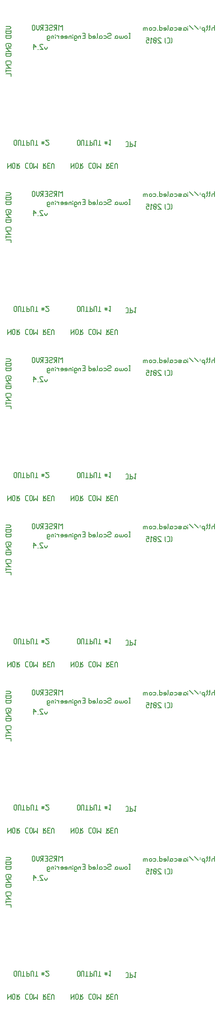
<source format=gbr>
G04 start of page 10 for group -4078 idx -4078 *
G04 Title: (unknown), bottomsilk *
G04 Creator: pcb 20140316 *
G04 CreationDate: Mon 23 Jul 2018 02:23:11 AM GMT UTC *
G04 For: railfan *
G04 Format: Gerber/RS-274X *
G04 PCB-Dimensions (mil): 1700.00 7700.00 *
G04 PCB-Coordinate-Origin: lower left *
%MOIN*%
%FSLAX25Y25*%
%LNBOTTOMSILK*%
%ADD78C,0.0080*%
G54D78*X10000Y412500D02*Y415500D01*
Y412500D02*X10500Y412000D01*
X11500D01*
X12000Y412500D01*
Y415500D01*
X11500Y416000D02*X12000Y415500D01*
X10500Y416000D02*X11500D01*
X10000Y415500D02*X10500Y416000D01*
X13200Y412000D02*Y415500D01*
X13700Y416000D01*
X14700D01*
X15200Y415500D01*
Y412000D02*Y415500D01*
X16400Y412000D02*X18400D01*
X17400D02*Y416000D01*
X20100Y412000D02*Y416000D01*
X19600Y412000D02*X21600D01*
X22100Y412500D01*
Y413500D01*
X21600Y414000D02*X22100Y413500D01*
X20100Y414000D02*X21600D01*
X23300Y412000D02*Y415500D01*
X23800Y416000D01*
X24800D01*
X25300Y415500D01*
Y412000D02*Y415500D01*
X26500Y412000D02*X28500D01*
X27500D02*Y416000D01*
X31500Y414500D02*X33500D01*
X31500Y413500D02*X33500D01*
X33000Y413000D02*Y415000D01*
X32000Y413000D02*Y415000D01*
X34700Y412500D02*X35200Y412000D01*
X36700D01*
X37200Y412500D01*
Y413500D01*
X34700Y416000D02*X37200Y413500D01*
X34700Y416000D02*X37200D01*
X5000Y394000D02*Y398000D01*
Y394000D02*Y394500D01*
X7500Y397000D01*
Y394000D02*Y398000D01*
X8700Y394500D02*Y397500D01*
Y394500D02*X9200Y394000D01*
X10200D01*
X10700Y394500D01*
Y397500D01*
X10200Y398000D02*X10700Y397500D01*
X9200Y398000D02*X10200D01*
X8700Y397500D02*X9200Y398000D01*
X11900Y394000D02*X13900D01*
X14400Y394500D01*
Y395500D01*
X13900Y396000D02*X14400Y395500D01*
X12400Y396000D02*X13900D01*
X12400Y394000D02*Y398000D01*
Y396000D02*X14400Y398000D01*
X3500Y375000D02*X6500D01*
X7500Y374000D01*
X6500Y373000D01*
X3500D02*X6500D01*
X3500Y371300D02*X7500D01*
X3500Y369800D02*X4000Y369300D01*
X7000D01*
X7500Y369800D02*X7000Y369300D01*
X7500Y369800D02*Y371800D01*
X3500Y369800D02*Y371800D01*
Y367600D02*X7500D01*
X3500Y366100D02*X4000Y365600D01*
X7000D01*
X7500Y366100D02*X7000Y365600D01*
X7500Y366100D02*Y368100D01*
X3500Y366100D02*Y368100D01*
Y359500D02*X4000Y359000D01*
X3500Y359500D02*Y361000D01*
X4000Y361500D02*X3500Y361000D01*
X4000Y361500D02*X7000D01*
X7500Y361000D01*
Y359500D02*Y361000D01*
Y359500D02*X7000Y359000D01*
X6000D02*X7000D01*
X5500Y359500D02*X6000Y359000D01*
X5500Y359500D02*Y360500D01*
X3500Y357800D02*X7500D01*
X3500D02*X4000D01*
X6500Y355300D01*
X3500D02*X7500D01*
X3500Y353600D02*X7500D01*
X3500Y352100D02*X4000Y351600D01*
X7000D01*
X7500Y352100D02*X7000Y351600D01*
X7500Y352100D02*Y354100D01*
X3500Y352100D02*Y354100D01*
X19500Y398000D02*X21000D01*
X19000Y397500D02*X19500Y398000D01*
X19000Y394500D02*Y397500D01*
Y394500D02*X19500Y394000D01*
X21000D01*
X22200Y394500D02*Y397500D01*
Y394500D02*X22700Y394000D01*
X23700D01*
X24200Y394500D01*
Y397500D01*
X23700Y398000D02*X24200Y397500D01*
X22700Y398000D02*X23700D01*
X22200Y397500D02*X22700Y398000D01*
X25400Y394000D02*Y398000D01*
Y394000D02*X26900Y395500D01*
X28400Y394000D01*
Y398000D01*
X32500Y394000D02*X34500D01*
X35000Y394500D01*
Y395500D01*
X34500Y396000D02*X35000Y395500D01*
X33000Y396000D02*X34500D01*
X33000Y394000D02*Y398000D01*
Y396000D02*X35000Y398000D01*
X36200Y396000D02*X37700D01*
X36200Y398000D02*X38200D01*
X36200Y394000D02*Y398000D01*
Y394000D02*X38200D01*
X39400D02*Y397000D01*
X40400Y398000D01*
X41400Y397000D01*
Y394000D02*Y397000D01*
X48000Y372000D02*Y376000D01*
X46500Y374500D01*
X45000Y376000D01*
Y372000D02*Y376000D01*
X41800D02*X43800D01*
X41800D02*X41300Y375500D01*
Y374500D02*Y375500D01*
X41800Y374000D02*X41300Y374500D01*
X41800Y374000D02*X43300D01*
Y372000D02*Y376000D01*
Y374000D02*X41300Y372000D01*
X38100Y376000D02*X37600Y375500D01*
X38100Y376000D02*X39600D01*
X40100Y375500D02*X39600Y376000D01*
X40100Y374500D02*Y375500D01*
Y374500D02*X39600Y374000D01*
X38100D02*X39600D01*
X38100D02*X37600Y373500D01*
Y372500D02*Y373500D01*
X38100Y372000D02*X37600Y372500D01*
X38100Y372000D02*X39600D01*
X40100Y372500D02*X39600Y372000D01*
X34900Y374000D02*X36400D01*
X34400Y372000D02*X36400D01*
Y376000D01*
X34400D02*X36400D01*
X31200D02*X33200D01*
X31200D02*X30700Y375500D01*
Y374500D02*Y375500D01*
X31200Y374000D02*X30700Y374500D01*
X31200Y374000D02*X32700D01*
Y372000D02*Y376000D01*
Y374000D02*X30700Y372000D01*
X29500Y373000D02*Y376000D01*
Y373000D02*X28500Y372000D01*
X27500Y373000D01*
Y376000D01*
X26300Y372500D02*Y375500D01*
X25800Y376000D01*
X24800D02*X25800D01*
X24800D02*X24300Y375500D01*
Y372500D02*Y375500D01*
X24800Y372000D02*X24300Y372500D01*
X24800Y372000D02*X25800D01*
X26300Y372500D02*X25800Y372000D01*
X36000Y358000D02*Y359000D01*
Y358000D02*X35000Y357000D01*
X34000Y358000D01*
Y359000D01*
X32800Y360500D02*X32300Y361000D01*
X30800D02*X32300D01*
X30800D02*X30300Y360500D01*
Y359500D02*Y360500D01*
X32800Y357000D02*X30300Y359500D01*
Y357000D02*X32800D01*
X28600D02*X29100D01*
X27400Y359000D02*X25400Y361000D01*
X24900Y359000D02*X27400D01*
X25400Y357000D02*Y361000D01*
X59500Y412500D02*Y415500D01*
Y412500D02*X60000Y412000D01*
X61000D01*
X61500Y412500D01*
Y415500D01*
X61000Y416000D02*X61500Y415500D01*
X60000Y416000D02*X61000D01*
X59500Y415500D02*X60000Y416000D01*
X62700Y412000D02*Y415500D01*
X63200Y416000D01*
X64200D01*
X64700Y415500D01*
Y412000D02*Y415500D01*
X65900Y412000D02*X67900D01*
X66900D02*Y416000D01*
X69600Y412000D02*Y416000D01*
X69100Y412000D02*X71100D01*
X71600Y412500D01*
Y413500D01*
X71100Y414000D02*X71600Y413500D01*
X69600Y414000D02*X71100D01*
X72800Y412000D02*Y415500D01*
X73300Y416000D01*
X74300D01*
X74800Y415500D01*
Y412000D02*Y415500D01*
X76000Y412000D02*X78000D01*
X77000D02*Y416000D01*
X81000Y414500D02*X83000D01*
X81000Y413500D02*X83000D01*
X82500Y413000D02*Y415000D01*
X81500Y413000D02*Y415000D01*
X84700Y416000D02*X85700D01*
X85200Y412000D02*Y416000D01*
X84200Y413000D02*X85200Y412000D01*
X59500Y282500D02*Y285500D01*
Y282500D02*X60000Y282000D01*
X61000D01*
X61500Y282500D01*
Y285500D01*
X61000Y286000D02*X61500Y285500D01*
X60000Y286000D02*X61000D01*
X59500Y285500D02*X60000Y286000D01*
X62700Y282000D02*Y285500D01*
X63200Y286000D01*
X64200D01*
X64700Y285500D01*
Y282000D02*Y285500D01*
X65900Y282000D02*X67900D01*
X66900D02*Y286000D01*
X69600Y282000D02*Y286000D01*
X69100Y282000D02*X71100D01*
X71600Y282500D01*
Y283500D01*
X71100Y284000D02*X71600Y283500D01*
X69600Y284000D02*X71100D01*
X72800Y282000D02*Y285500D01*
X73300Y286000D01*
X74300D01*
X74800Y285500D01*
Y282000D02*Y285500D01*
X76000Y282000D02*X78000D01*
X77000D02*Y286000D01*
X81000Y284500D02*X83000D01*
X81000Y283500D02*X83000D01*
X82500Y283000D02*Y285000D01*
X81500Y283000D02*Y285000D01*
X84700Y286000D02*X85700D01*
X85200Y282000D02*Y286000D01*
X84200Y283000D02*X85200Y282000D01*
X54500Y264000D02*Y268000D01*
Y264000D02*Y264500D01*
X57000Y267000D01*
Y264000D02*Y268000D01*
X58200Y264500D02*Y267500D01*
Y264500D02*X58700Y264000D01*
X59700D01*
X60200Y264500D01*
Y267500D01*
X59700Y268000D02*X60200Y267500D01*
X58700Y268000D02*X59700D01*
X58200Y267500D02*X58700Y268000D01*
X61400Y264000D02*X63400D01*
X63900Y264500D01*
Y265500D01*
X63400Y266000D02*X63900Y265500D01*
X61900Y266000D02*X63400D01*
X61900Y264000D02*Y268000D01*
Y266000D02*X63900Y268000D01*
X69000D02*X70500D01*
X68500Y267500D02*X69000Y268000D01*
X68500Y264500D02*Y267500D01*
Y264500D02*X69000Y264000D01*
X70500D01*
X71700Y264500D02*Y267500D01*
Y264500D02*X72200Y264000D01*
X73200D01*
X73700Y264500D01*
Y267500D01*
X73200Y268000D02*X73700Y267500D01*
X72200Y268000D02*X73200D01*
X71700Y267500D02*X72200Y268000D01*
X74900Y264000D02*Y268000D01*
Y264000D02*X76400Y265500D01*
X77900Y264000D01*
Y268000D01*
X82000Y264000D02*X84000D01*
X84500Y264500D01*
Y265500D01*
X84000Y266000D02*X84500Y265500D01*
X82500Y266000D02*X84000D01*
X82500Y264000D02*Y268000D01*
Y266000D02*X84500Y268000D01*
X85700Y266000D02*X87200D01*
X85700Y268000D02*X87700D01*
X85700Y264000D02*Y268000D01*
Y264000D02*X87700D01*
X88900D02*Y267000D01*
X89900Y268000D01*
X90900Y267000D01*
Y264000D02*Y267000D01*
X167000Y372000D02*Y376000D01*
Y373500D02*X166500Y374000D01*
X165500D02*X166500D01*
X165500D02*X165000Y373500D01*
Y372000D02*Y373500D01*
X163300Y372500D02*Y376000D01*
Y372500D02*X162800Y372000D01*
Y374500D02*X163800D01*
X161300Y372500D02*Y376000D01*
Y372500D02*X160800Y372000D01*
Y374500D02*X161800D01*
X159300Y370500D02*Y373500D01*
X159800Y374000D02*X159300Y373500D01*
X158800Y374000D01*
X157800D02*X158800D01*
X157800D02*X157300Y373500D01*
Y372500D02*Y373500D01*
X157800Y372000D02*X157300Y372500D01*
X157800Y372000D02*X158800D01*
X159300Y372500D02*X158800Y372000D01*
X155600Y374500D02*X156100D01*
X155600Y373500D02*X156100D01*
X154400Y372500D02*X151400Y375500D01*
X150200Y372500D02*X147200Y375500D01*
X146000Y374500D02*Y375000D01*
Y372000D02*Y373500D01*
X143500Y374000D02*X143000Y373500D01*
X143500Y374000D02*X144500D01*
X145000Y373500D02*X144500Y374000D01*
X145000Y372500D02*Y373500D01*
Y372500D02*X144500Y372000D01*
X143000Y372500D02*Y374000D01*
Y372500D02*X142500Y372000D01*
X143500D02*X144500D01*
X143500D02*X143000Y372500D01*
X139300Y372000D02*X140800D01*
X139300D02*X138800Y372500D01*
X139300Y373000D02*X138800Y372500D01*
X139300Y373000D02*X140800D01*
X141300Y373500D02*X140800Y373000D01*
X141300Y373500D02*X140800Y374000D01*
X139300D02*X140800D01*
X139300D02*X138800Y373500D01*
X141300Y372500D02*X140800Y372000D01*
X135600Y374000D02*X137100D01*
X137600Y373500D02*X137100Y374000D01*
X137600Y372500D02*Y373500D01*
Y372500D02*X137100Y372000D01*
X135600D02*X137100D01*
X132900Y374000D02*X132400Y373500D01*
X132900Y374000D02*X133900D01*
X134400Y373500D02*X133900Y374000D01*
X134400Y372500D02*Y373500D01*
Y372500D02*X133900Y372000D01*
X132400Y372500D02*Y374000D01*
Y372500D02*X131900Y372000D01*
X132900D02*X133900D01*
X132900D02*X132400Y372500D01*
X130700D02*Y376000D01*
Y372500D02*X130200Y372000D01*
X127200D02*X128700D01*
X129200Y372500D02*X128700Y372000D01*
X129200Y372500D02*Y373500D01*
X128700Y374000D01*
X127700D02*X128700D01*
X127700D02*X127200Y373500D01*
Y373000D02*X129200D01*
X127200D02*Y373500D01*
X124000Y372000D02*Y376000D01*
X124500Y372000D02*X124000Y372500D01*
X124500Y372000D02*X125500D01*
X126000Y372500D02*X125500Y372000D01*
X126000Y372500D02*Y373500D01*
X125500Y374000D01*
X124500D02*X125500D01*
X124500D02*X124000Y373500D01*
X122300Y372000D02*X122800D01*
X119100Y374000D02*X120600D01*
X121100Y373500D02*X120600Y374000D01*
X121100Y372500D02*Y373500D01*
Y372500D02*X120600Y372000D01*
X119100D02*X120600D01*
X117900Y372500D02*Y373500D01*
X117400Y374000D01*
X116400D02*X117400D01*
X116400D02*X115900Y373500D01*
Y372500D02*Y373500D01*
X116400Y372000D02*X115900Y372500D01*
X116400Y372000D02*X117400D01*
X117900Y372500D02*X117400Y372000D01*
X114200D02*Y373500D01*
X113700Y374000D01*
X113200D02*X113700D01*
X113200D02*X112700Y373500D01*
Y372000D02*Y373500D01*
X112200Y374000D01*
X111700D02*X112200D01*
X111700D02*X111200Y373500D01*
Y372000D02*Y373500D01*
X114700Y374000D02*X114200Y373500D01*
X133586Y362500D02*X133086Y362000D01*
X133586Y365500D02*X133086Y366000D01*
X133586Y362500D02*Y365500D01*
X129886Y362000D02*X131386D01*
X131886Y362500D02*X131386Y362000D01*
X131886Y362500D02*Y365500D01*
X131386Y366000D01*
X129886D02*X131386D01*
X128686D02*X128186Y365500D01*
Y362500D02*Y365500D01*
X128686Y362000D02*X128186Y362500D01*
X125186Y365500D02*X124686Y366000D01*
X123186D02*X124686D01*
X123186D02*X122686Y365500D01*
Y364500D02*Y365500D01*
X125186Y362000D02*X122686Y364500D01*
Y362000D02*X125186D01*
X121486Y362500D02*X120986Y362000D01*
X121486Y362500D02*Y365500D01*
X120986Y366000D01*
X119986D02*X120986D01*
X119986D02*X119486Y365500D01*
Y362500D02*Y365500D01*
X119986Y362000D02*X119486Y362500D01*
X119986Y362000D02*X120986D01*
X121486Y363000D02*X119486Y365000D01*
X116786Y362000D02*X117786D01*
X117286D02*Y366000D01*
X118286Y365000D02*X117286Y366000D01*
X113586D02*X115586D01*
Y364000D02*Y366000D01*
Y364000D02*X115086Y364500D01*
X114086D02*X115086D01*
X114086D02*X113586Y364000D01*
Y362500D02*Y364000D01*
X114086Y362000D02*X113586Y362500D01*
X114086Y362000D02*X115086D01*
X115586Y362500D02*X115086Y362000D01*
X54500Y394000D02*Y398000D01*
Y394000D02*Y394500D01*
X57000Y397000D01*
Y394000D02*Y398000D01*
X58200Y394500D02*Y397500D01*
Y394500D02*X58700Y394000D01*
X59700D01*
X60200Y394500D01*
Y397500D01*
X59700Y398000D02*X60200Y397500D01*
X58700Y398000D02*X59700D01*
X58200Y397500D02*X58700Y398000D01*
X61400Y394000D02*X63400D01*
X63900Y394500D01*
Y395500D01*
X63400Y396000D02*X63900Y395500D01*
X61900Y396000D02*X63400D01*
X61900Y394000D02*Y398000D01*
Y396000D02*X63900Y398000D01*
X69000D02*X70500D01*
X68500Y397500D02*X69000Y398000D01*
X68500Y394500D02*Y397500D01*
Y394500D02*X69000Y394000D01*
X70500D01*
X71700Y394500D02*Y397500D01*
Y394500D02*X72200Y394000D01*
X73200D01*
X73700Y394500D01*
Y397500D01*
X73200Y398000D02*X73700Y397500D01*
X72200Y398000D02*X73200D01*
X71700Y397500D02*X72200Y398000D01*
X74900Y394000D02*Y398000D01*
Y394000D02*X76400Y395500D01*
X77900Y394000D01*
Y398000D01*
X82000Y394000D02*X84000D01*
X84500Y394500D01*
Y395500D01*
X84000Y396000D02*X84500Y395500D01*
X82500Y396000D02*X84000D01*
X82500Y394000D02*Y398000D01*
Y396000D02*X84500Y398000D01*
X85700Y396000D02*X87200D01*
X85700Y398000D02*X87700D01*
X85700Y394000D02*Y398000D01*
Y394000D02*X87700D01*
X88900D02*Y397000D01*
X89900Y398000D01*
X90900Y397000D01*
Y394000D02*Y397000D01*
X100000Y369500D02*X101000D01*
X100500Y365500D02*Y369500D01*
X100000Y365500D02*X101000D01*
X98800Y366000D02*Y367000D01*
X98300Y367500D01*
X97300D02*X98300D01*
X97300D02*X96800Y367000D01*
Y366000D02*Y367000D01*
X97300Y365500D02*X96800Y366000D01*
X97300Y365500D02*X98300D01*
X98800Y366000D02*X98300Y365500D01*
X95600Y366000D02*Y367500D01*
Y366000D02*X95100Y365500D01*
X94600D02*X95100D01*
X94600D02*X94100Y366000D01*
Y367500D01*
Y366000D02*X93600Y365500D01*
X93100D02*X93600D01*
X93100D02*X92600Y366000D01*
Y367500D01*
X89900D02*X89400Y367000D01*
X89900Y367500D02*X90900D01*
X91400Y367000D02*X90900Y367500D01*
X91400Y366000D02*Y367000D01*
Y366000D02*X90900Y365500D01*
X89400Y366000D02*Y367500D01*
Y366000D02*X88900Y365500D01*
X89900D02*X90900D01*
X89900D02*X89400Y366000D01*
X83900Y369500D02*X83400Y369000D01*
X83900Y369500D02*X85400D01*
X85900Y369000D02*X85400Y369500D01*
X85900Y368000D02*Y369000D01*
Y368000D02*X85400Y367500D01*
X83900D02*X85400D01*
X83900D02*X83400Y367000D01*
Y366000D02*Y367000D01*
X83900Y365500D02*X83400Y366000D01*
X83900Y365500D02*X85400D01*
X85900Y366000D02*X85400Y365500D01*
X80200Y367500D02*X81700D01*
X82200Y367000D02*X81700Y367500D01*
X82200Y366000D02*Y367000D01*
Y366000D02*X81700Y365500D01*
X80200D02*X81700D01*
X77500Y367500D02*X77000Y367000D01*
X77500Y367500D02*X78500D01*
X79000Y367000D02*X78500Y367500D01*
X79000Y366000D02*Y367000D01*
Y366000D02*X78500Y365500D01*
X77000Y366000D02*Y367500D01*
Y366000D02*X76500Y365500D01*
X77500D02*X78500D01*
X77500D02*X77000Y366000D01*
X75300D02*Y369500D01*
Y366000D02*X74800Y365500D01*
X71800D02*X73300D01*
X73800Y366000D02*X73300Y365500D01*
X73800Y366000D02*Y367000D01*
X73300Y367500D01*
X72300D02*X73300D01*
X72300D02*X71800Y367000D01*
Y366500D02*X73800D01*
X71800D02*Y367000D01*
X68600Y365500D02*Y369500D01*
X69100Y365500D02*X68600Y366000D01*
X69100Y365500D02*X70100D01*
X70600Y366000D02*X70100Y365500D01*
X70600Y366000D02*Y367000D01*
X70100Y367500D01*
X69100D02*X70100D01*
X69100D02*X68600Y367000D01*
X64100Y367500D02*X65600D01*
X63600Y365500D02*X65600D01*
Y369500D01*
X63600D02*X65600D01*
X61900Y365500D02*Y367000D01*
X61400Y367500D01*
X60900D02*X61400D01*
X60900D02*X60400Y367000D01*
Y365500D02*Y367000D01*
X62400Y367500D02*X61900Y367000D01*
X57700Y367500D02*X57200Y367000D01*
X57700Y367500D02*X58700D01*
X59200Y367000D02*X58700Y367500D01*
X59200Y366000D02*Y367000D01*
Y366000D02*X58700Y365500D01*
X57700D02*X58700D01*
X57700D02*X57200Y366000D01*
X59200Y364500D02*X58700Y364000D01*
X57700D02*X58700D01*
X57700D02*X57200Y364500D01*
Y367500D01*
X56000Y368000D02*Y368500D01*
Y365500D02*Y367000D01*
X54500Y365500D02*Y367000D01*
X54000Y367500D01*
X53500D02*X54000D01*
X53500D02*X53000Y367000D01*
Y365500D02*Y367000D01*
X55000Y367500D02*X54500Y367000D01*
X49800Y365500D02*X51300D01*
X51800Y366000D02*X51300Y365500D01*
X51800Y366000D02*Y367000D01*
X51300Y367500D01*
X50300D02*X51300D01*
X50300D02*X49800Y367000D01*
Y366500D02*X51800D01*
X49800D02*Y367000D01*
X46600Y365500D02*X48100D01*
X48600Y366000D02*X48100Y365500D01*
X48600Y366000D02*Y367000D01*
X48100Y367500D01*
X47100D02*X48100D01*
X47100D02*X46600Y367000D01*
Y366500D02*X48600D01*
X46600D02*Y367000D01*
X44900Y365500D02*Y367000D01*
X44400Y367500D01*
X43400D02*X44400D01*
X45400D02*X44900Y367000D01*
X42200Y368000D02*Y368500D01*
Y365500D02*Y367000D01*
X40700Y365500D02*Y367000D01*
X40200Y367500D01*
X39700D02*X40200D01*
X39700D02*X39200Y367000D01*
Y365500D02*Y367000D01*
X41200Y367500D02*X40700Y367000D01*
X36500Y367500D02*X36000Y367000D01*
X36500Y367500D02*X37500D01*
X38000Y367000D02*X37500Y367500D01*
X38000Y366000D02*Y367000D01*
Y366000D02*X37500Y365500D01*
X36500D02*X37500D01*
X36500D02*X36000Y366000D01*
X38000Y364500D02*X37500Y364000D01*
X36500D02*X37500D01*
X36500D02*X36000Y364500D01*
Y367500D01*
X7500Y346000D02*Y347500D01*
X7000Y348000D02*X7500Y347500D01*
X4000Y348000D02*X7000D01*
X4000D02*X3500Y347500D01*
Y346000D02*Y347500D01*
Y344800D02*X7500D01*
X3500D02*X4000D01*
X6500Y342300D01*
X3500D02*X7500D01*
X3500Y339100D02*Y341100D01*
Y340100D02*X7500D01*
X3500Y337900D02*X7500D01*
Y335900D02*Y337900D01*
X10000Y282500D02*Y285500D01*
Y282500D02*X10500Y282000D01*
X11500D01*
X12000Y282500D01*
Y285500D01*
X11500Y286000D02*X12000Y285500D01*
X10500Y286000D02*X11500D01*
X10000Y285500D02*X10500Y286000D01*
X13200Y282000D02*Y285500D01*
X13700Y286000D01*
X14700D01*
X15200Y285500D01*
Y282000D02*Y285500D01*
X16400Y282000D02*X18400D01*
X17400D02*Y286000D01*
X20100Y282000D02*Y286000D01*
X19600Y282000D02*X21600D01*
X22100Y282500D01*
Y283500D01*
X21600Y284000D02*X22100Y283500D01*
X20100Y284000D02*X21600D01*
X23300Y282000D02*Y285500D01*
X23800Y286000D01*
X24800D01*
X25300Y285500D01*
Y282000D02*Y285500D01*
X26500Y282000D02*X28500D01*
X27500D02*Y286000D01*
X31500Y284500D02*X33500D01*
X31500Y283500D02*X33500D01*
X33000Y283000D02*Y285000D01*
X32000Y283000D02*Y285000D01*
X34700Y282500D02*X35200Y282000D01*
X36700D01*
X37200Y282500D01*
Y283500D01*
X34700Y286000D02*X37200Y283500D01*
X34700Y286000D02*X37200D01*
X5000Y264000D02*Y268000D01*
Y264000D02*Y264500D01*
X7500Y267000D01*
Y264000D02*Y268000D01*
X8700Y264500D02*Y267500D01*
Y264500D02*X9200Y264000D01*
X10200D01*
X10700Y264500D01*
Y267500D01*
X10200Y268000D02*X10700Y267500D01*
X9200Y268000D02*X10200D01*
X8700Y267500D02*X9200Y268000D01*
X11900Y264000D02*X13900D01*
X14400Y264500D01*
Y265500D01*
X13900Y266000D02*X14400Y265500D01*
X12400Y266000D02*X13900D01*
X12400Y264000D02*Y268000D01*
Y266000D02*X14400Y268000D01*
X3500Y245000D02*X6500D01*
X7500Y244000D01*
X6500Y243000D01*
X3500D02*X6500D01*
X3500Y241300D02*X7500D01*
X3500Y239800D02*X4000Y239300D01*
X7000D01*
X7500Y239800D02*X7000Y239300D01*
X7500Y239800D02*Y241800D01*
X3500Y239800D02*Y241800D01*
Y237600D02*X7500D01*
X3500Y236100D02*X4000Y235600D01*
X7000D01*
X7500Y236100D02*X7000Y235600D01*
X7500Y236100D02*Y238100D01*
X3500Y236100D02*Y238100D01*
Y229500D02*X4000Y229000D01*
X3500Y229500D02*Y231000D01*
X4000Y231500D02*X3500Y231000D01*
X4000Y231500D02*X7000D01*
X7500Y231000D01*
Y229500D02*Y231000D01*
Y229500D02*X7000Y229000D01*
X6000D02*X7000D01*
X5500Y229500D02*X6000Y229000D01*
X5500Y229500D02*Y230500D01*
X3500Y227800D02*X7500D01*
X3500D02*X4000D01*
X6500Y225300D01*
X3500D02*X7500D01*
X3500Y223600D02*X7500D01*
X3500Y222100D02*X4000Y221600D01*
X7000D01*
X7500Y222100D02*X7000Y221600D01*
X7500Y222100D02*Y224100D01*
X3500Y222100D02*Y224100D01*
X7500Y216000D02*Y217500D01*
X7000Y218000D02*X7500Y217500D01*
X4000Y218000D02*X7000D01*
X4000D02*X3500Y217500D01*
Y216000D02*Y217500D01*
Y214800D02*X7500D01*
X3500D02*X4000D01*
X6500Y212300D01*
X3500D02*X7500D01*
X3500Y209100D02*Y211100D01*
Y210100D02*X7500D01*
X3500Y207900D02*X7500D01*
Y205900D02*Y207900D01*
X19500Y268000D02*X21000D01*
X19000Y267500D02*X19500Y268000D01*
X19000Y264500D02*Y267500D01*
Y264500D02*X19500Y264000D01*
X21000D01*
X22200Y264500D02*Y267500D01*
Y264500D02*X22700Y264000D01*
X23700D01*
X24200Y264500D01*
Y267500D01*
X23700Y268000D02*X24200Y267500D01*
X22700Y268000D02*X23700D01*
X22200Y267500D02*X22700Y268000D01*
X25400Y264000D02*Y268000D01*
Y264000D02*X26900Y265500D01*
X28400Y264000D01*
Y268000D01*
X32500Y264000D02*X34500D01*
X35000Y264500D01*
Y265500D01*
X34500Y266000D02*X35000Y265500D01*
X33000Y266000D02*X34500D01*
X33000Y264000D02*Y268000D01*
Y266000D02*X35000Y268000D01*
X36200Y266000D02*X37700D01*
X36200Y268000D02*X38200D01*
X36200Y264000D02*Y268000D01*
Y264000D02*X38200D01*
X39400D02*Y267000D01*
X40400Y268000D01*
X41400Y267000D01*
Y264000D02*Y267000D01*
X36000Y228000D02*Y229000D01*
Y228000D02*X35000Y227000D01*
X34000Y228000D01*
Y229000D01*
X32800Y230500D02*X32300Y231000D01*
X30800D02*X32300D01*
X30800D02*X30300Y230500D01*
Y229500D02*Y230500D01*
X32800Y227000D02*X30300Y229500D01*
Y227000D02*X32800D01*
X28600D02*X29100D01*
X27400Y229000D02*X25400Y231000D01*
X24900Y229000D02*X27400D01*
X25400Y227000D02*Y231000D01*
X48000Y242000D02*Y246000D01*
X46500Y244500D01*
X45000Y246000D01*
Y242000D02*Y246000D01*
X41800D02*X43800D01*
X41800D02*X41300Y245500D01*
Y244500D02*Y245500D01*
X41800Y244000D02*X41300Y244500D01*
X41800Y244000D02*X43300D01*
Y242000D02*Y246000D01*
Y244000D02*X41300Y242000D01*
X38100Y246000D02*X37600Y245500D01*
X38100Y246000D02*X39600D01*
X40100Y245500D02*X39600Y246000D01*
X40100Y244500D02*Y245500D01*
Y244500D02*X39600Y244000D01*
X38100D02*X39600D01*
X38100D02*X37600Y243500D01*
Y242500D02*Y243500D01*
X38100Y242000D02*X37600Y242500D01*
X38100Y242000D02*X39600D01*
X40100Y242500D02*X39600Y242000D01*
X34900Y244000D02*X36400D01*
X34400Y242000D02*X36400D01*
Y246000D01*
X34400D02*X36400D01*
X31200D02*X33200D01*
X31200D02*X30700Y245500D01*
Y244500D02*Y245500D01*
X31200Y244000D02*X30700Y244500D01*
X31200Y244000D02*X32700D01*
Y242000D02*Y246000D01*
Y244000D02*X30700Y242000D01*
X29500Y243000D02*Y246000D01*
Y243000D02*X28500Y242000D01*
X27500Y243000D01*
Y246000D01*
X26300Y242500D02*Y245500D01*
X25800Y246000D01*
X24800D02*X25800D01*
X24800D02*X24300Y245500D01*
Y242500D02*Y245500D01*
X24800Y242000D02*X24300Y242500D01*
X24800Y242000D02*X25800D01*
X26300Y242500D02*X25800Y242000D01*
X10000Y152500D02*Y155500D01*
Y152500D02*X10500Y152000D01*
X11500D01*
X12000Y152500D01*
Y155500D01*
X11500Y156000D02*X12000Y155500D01*
X10500Y156000D02*X11500D01*
X10000Y155500D02*X10500Y156000D01*
X13200Y152000D02*Y155500D01*
X13700Y156000D01*
X14700D01*
X15200Y155500D01*
Y152000D02*Y155500D01*
X16400Y152000D02*X18400D01*
X17400D02*Y156000D01*
X20100Y152000D02*Y156000D01*
X19600Y152000D02*X21600D01*
X22100Y152500D01*
Y153500D01*
X21600Y154000D02*X22100Y153500D01*
X20100Y154000D02*X21600D01*
X23300Y152000D02*Y155500D01*
X23800Y156000D01*
X24800D01*
X25300Y155500D01*
Y152000D02*Y155500D01*
X26500Y152000D02*X28500D01*
X27500D02*Y156000D01*
X31500Y154500D02*X33500D01*
X31500Y153500D02*X33500D01*
X33000Y153000D02*Y155000D01*
X32000Y153000D02*Y155000D01*
X34700Y152500D02*X35200Y152000D01*
X36700D01*
X37200Y152500D01*
Y153500D01*
X34700Y156000D02*X37200Y153500D01*
X34700Y156000D02*X37200D01*
X19500Y138000D02*X21000D01*
X19000Y137500D02*X19500Y138000D01*
X19000Y134500D02*Y137500D01*
Y134500D02*X19500Y134000D01*
X21000D01*
X22200Y134500D02*Y137500D01*
Y134500D02*X22700Y134000D01*
X23700D01*
X24200Y134500D01*
Y137500D01*
X23700Y138000D02*X24200Y137500D01*
X22700Y138000D02*X23700D01*
X22200Y137500D02*X22700Y138000D01*
X25400Y134000D02*Y138000D01*
Y134000D02*X26900Y135500D01*
X28400Y134000D01*
Y138000D01*
X32500Y134000D02*X34500D01*
X35000Y134500D01*
Y135500D01*
X34500Y136000D02*X35000Y135500D01*
X33000Y136000D02*X34500D01*
X33000Y134000D02*Y138000D01*
Y136000D02*X35000Y138000D01*
X36200Y136000D02*X37700D01*
X36200Y138000D02*X38200D01*
X36200Y134000D02*Y138000D01*
Y134000D02*X38200D01*
X39400D02*Y137000D01*
X40400Y138000D01*
X41400Y137000D01*
Y134000D02*Y137000D01*
X36000Y98000D02*Y99000D01*
Y98000D02*X35000Y97000D01*
X34000Y98000D01*
Y99000D01*
X32800Y100500D02*X32300Y101000D01*
X30800D02*X32300D01*
X30800D02*X30300Y100500D01*
Y99500D02*Y100500D01*
X32800Y97000D02*X30300Y99500D01*
Y97000D02*X32800D01*
X28600D02*X29100D01*
X27400Y99000D02*X25400Y101000D01*
X24900Y99000D02*X27400D01*
X25400Y97000D02*Y101000D01*
X5000Y134000D02*Y138000D01*
Y134000D02*Y134500D01*
X7500Y137000D01*
Y134000D02*Y138000D01*
X8700Y134500D02*Y137500D01*
Y134500D02*X9200Y134000D01*
X10200D01*
X10700Y134500D01*
Y137500D01*
X10200Y138000D02*X10700Y137500D01*
X9200Y138000D02*X10200D01*
X8700Y137500D02*X9200Y138000D01*
X11900Y134000D02*X13900D01*
X14400Y134500D01*
Y135500D01*
X13900Y136000D02*X14400Y135500D01*
X12400Y136000D02*X13900D01*
X12400Y134000D02*Y138000D01*
Y136000D02*X14400Y138000D01*
X3500Y115000D02*X6500D01*
X7500Y114000D01*
X6500Y113000D01*
X3500D02*X6500D01*
X3500Y111300D02*X7500D01*
X3500Y109800D02*X4000Y109300D01*
X7000D01*
X7500Y109800D02*X7000Y109300D01*
X7500Y109800D02*Y111800D01*
X3500Y109800D02*Y111800D01*
Y107600D02*X7500D01*
X3500Y106100D02*X4000Y105600D01*
X7000D01*
X7500Y106100D02*X7000Y105600D01*
X7500Y106100D02*Y108100D01*
X3500Y106100D02*Y108100D01*
Y99500D02*X4000Y99000D01*
X3500Y99500D02*Y101000D01*
X4000Y101500D02*X3500Y101000D01*
X4000Y101500D02*X7000D01*
X7500Y101000D01*
Y99500D02*Y101000D01*
Y99500D02*X7000Y99000D01*
X6000D02*X7000D01*
X5500Y99500D02*X6000Y99000D01*
X5500Y99500D02*Y100500D01*
X3500Y97800D02*X7500D01*
X3500D02*X4000D01*
X6500Y95300D01*
X3500D02*X7500D01*
X3500Y93600D02*X7500D01*
X3500Y92100D02*X4000Y91600D01*
X7000D01*
X7500Y92100D02*X7000Y91600D01*
X7500Y92100D02*Y94100D01*
X3500Y92100D02*Y94100D01*
X7500Y86000D02*Y87500D01*
X7000Y88000D02*X7500Y87500D01*
X4000Y88000D02*X7000D01*
X4000D02*X3500Y87500D01*
Y86000D02*Y87500D01*
Y84800D02*X7500D01*
X3500D02*X4000D01*
X6500Y82300D01*
X3500D02*X7500D01*
X3500Y79100D02*Y81100D01*
Y80100D02*X7500D01*
X3500Y77900D02*X7500D01*
Y75900D02*Y77900D01*
X48000Y112000D02*Y116000D01*
X46500Y114500D01*
X45000Y116000D01*
Y112000D02*Y116000D01*
X41800D02*X43800D01*
X41800D02*X41300Y115500D01*
Y114500D02*Y115500D01*
X41800Y114000D02*X41300Y114500D01*
X41800Y114000D02*X43300D01*
Y112000D02*Y116000D01*
Y114000D02*X41300Y112000D01*
X38100Y116000D02*X37600Y115500D01*
X38100Y116000D02*X39600D01*
X40100Y115500D02*X39600Y116000D01*
X40100Y114500D02*Y115500D01*
Y114500D02*X39600Y114000D01*
X38100D02*X39600D01*
X38100D02*X37600Y113500D01*
Y112500D02*Y113500D01*
X38100Y112000D02*X37600Y112500D01*
X38100Y112000D02*X39600D01*
X40100Y112500D02*X39600Y112000D01*
X34900Y114000D02*X36400D01*
X34400Y112000D02*X36400D01*
Y116000D01*
X34400D02*X36400D01*
X31200D02*X33200D01*
X31200D02*X30700Y115500D01*
Y114500D02*Y115500D01*
X31200Y114000D02*X30700Y114500D01*
X31200Y114000D02*X32700D01*
Y112000D02*Y116000D01*
Y114000D02*X30700Y112000D01*
X29500Y113000D02*Y116000D01*
Y113000D02*X28500Y112000D01*
X27500Y113000D01*
Y116000D01*
X26300Y112500D02*Y115500D01*
X25800Y116000D01*
X24800D02*X25800D01*
X24800D02*X24300Y115500D01*
Y112500D02*Y115500D01*
X24800Y112000D02*X24300Y112500D01*
X24800Y112000D02*X25800D01*
X26300Y112500D02*X25800Y112000D01*
X10000Y22500D02*Y25500D01*
Y22500D02*X10500Y22000D01*
X11500D01*
X12000Y22500D01*
Y25500D01*
X11500Y26000D02*X12000Y25500D01*
X10500Y26000D02*X11500D01*
X10000Y25500D02*X10500Y26000D01*
X13200Y22000D02*Y25500D01*
X13700Y26000D01*
X14700D01*
X15200Y25500D01*
Y22000D02*Y25500D01*
X16400Y22000D02*X18400D01*
X17400D02*Y26000D01*
X20100Y22000D02*Y26000D01*
X19600Y22000D02*X21600D01*
X22100Y22500D01*
Y23500D01*
X21600Y24000D02*X22100Y23500D01*
X20100Y24000D02*X21600D01*
X23300Y22000D02*Y25500D01*
X23800Y26000D01*
X24800D01*
X25300Y25500D01*
Y22000D02*Y25500D01*
X26500Y22000D02*X28500D01*
X27500D02*Y26000D01*
X31500Y24500D02*X33500D01*
X31500Y23500D02*X33500D01*
X33000Y23000D02*Y25000D01*
X32000Y23000D02*Y25000D01*
X34700Y22500D02*X35200Y22000D01*
X36700D01*
X37200Y22500D01*
Y23500D01*
X34700Y26000D02*X37200Y23500D01*
X34700Y26000D02*X37200D01*
X5000Y4000D02*Y8000D01*
Y4000D02*Y4500D01*
X7500Y7000D01*
Y4000D02*Y8000D01*
X8700Y4500D02*Y7500D01*
Y4500D02*X9200Y4000D01*
X10200D01*
X10700Y4500D01*
Y7500D01*
X10200Y8000D02*X10700Y7500D01*
X9200Y8000D02*X10200D01*
X8700Y7500D02*X9200Y8000D01*
X11900Y4000D02*X13900D01*
X14400Y4500D01*
Y5500D01*
X13900Y6000D02*X14400Y5500D01*
X12400Y6000D02*X13900D01*
X12400Y4000D02*Y8000D01*
Y6000D02*X14400Y8000D01*
X19500D02*X21000D01*
X19000Y7500D02*X19500Y8000D01*
X19000Y4500D02*Y7500D01*
Y4500D02*X19500Y4000D01*
X21000D01*
X22200Y4500D02*Y7500D01*
Y4500D02*X22700Y4000D01*
X23700D01*
X24200Y4500D01*
Y7500D01*
X23700Y8000D02*X24200Y7500D01*
X22700Y8000D02*X23700D01*
X22200Y7500D02*X22700Y8000D01*
X25400Y4000D02*Y8000D01*
Y4000D02*X26900Y5500D01*
X28400Y4000D01*
Y8000D01*
X32500Y4000D02*X34500D01*
X35000Y4500D01*
Y5500D01*
X34500Y6000D02*X35000Y5500D01*
X33000Y6000D02*X34500D01*
X33000Y4000D02*Y8000D01*
Y6000D02*X35000Y8000D01*
X36200Y6000D02*X37700D01*
X36200Y8000D02*X38200D01*
X36200Y4000D02*Y8000D01*
Y4000D02*X38200D01*
X39400D02*Y7000D01*
X40400Y8000D01*
X41400Y7000D01*
Y4000D02*Y7000D01*
X59500Y22500D02*Y25500D01*
Y22500D02*X60000Y22000D01*
X61000D01*
X61500Y22500D01*
Y25500D01*
X61000Y26000D02*X61500Y25500D01*
X60000Y26000D02*X61000D01*
X59500Y25500D02*X60000Y26000D01*
X62700Y22000D02*Y25500D01*
X63200Y26000D01*
X64200D01*
X64700Y25500D01*
Y22000D02*Y25500D01*
X65900Y22000D02*X67900D01*
X66900D02*Y26000D01*
X69600Y22000D02*Y26000D01*
X69100Y22000D02*X71100D01*
X71600Y22500D01*
Y23500D01*
X71100Y24000D02*X71600Y23500D01*
X69600Y24000D02*X71100D01*
X72800Y22000D02*Y25500D01*
X73300Y26000D01*
X74300D01*
X74800Y25500D01*
Y22000D02*Y25500D01*
X76000Y22000D02*X78000D01*
X77000D02*Y26000D01*
X81000Y24500D02*X83000D01*
X81000Y23500D02*X83000D01*
X82500Y23000D02*Y25000D01*
X81500Y23000D02*Y25000D01*
X84700Y26000D02*X85700D01*
X85200Y22000D02*Y26000D01*
X84200Y23000D02*X85200Y22000D01*
X54500Y4000D02*Y8000D01*
Y4000D02*Y4500D01*
X57000Y7000D01*
Y4000D02*Y8000D01*
X58200Y4500D02*Y7500D01*
Y4500D02*X58700Y4000D01*
X59700D01*
X60200Y4500D01*
Y7500D01*
X59700Y8000D02*X60200Y7500D01*
X58700Y8000D02*X59700D01*
X58200Y7500D02*X58700Y8000D01*
X61400Y4000D02*X63400D01*
X63900Y4500D01*
Y5500D01*
X63400Y6000D02*X63900Y5500D01*
X61900Y6000D02*X63400D01*
X61900Y4000D02*Y8000D01*
Y6000D02*X63900Y8000D01*
X69000D02*X70500D01*
X68500Y7500D02*X69000Y8000D01*
X68500Y4500D02*Y7500D01*
Y4500D02*X69000Y4000D01*
X70500D01*
X71700Y4500D02*Y7500D01*
Y4500D02*X72200Y4000D01*
X73200D01*
X73700Y4500D01*
Y7500D01*
X73200Y8000D02*X73700Y7500D01*
X72200Y8000D02*X73200D01*
X71700Y7500D02*X72200Y8000D01*
X74900Y4000D02*Y8000D01*
Y4000D02*X76400Y5500D01*
X77900Y4000D01*
Y8000D01*
X82000Y4000D02*X84000D01*
X84500Y4500D01*
Y5500D01*
X84000Y6000D02*X84500Y5500D01*
X82500Y6000D02*X84000D01*
X82500Y4000D02*Y8000D01*
Y6000D02*X84500Y8000D01*
X85700Y6000D02*X87200D01*
X85700Y8000D02*X87700D01*
X85700Y4000D02*Y8000D01*
Y4000D02*X87700D01*
X88900D02*Y7000D01*
X89900Y8000D01*
X90900Y7000D01*
Y4000D02*Y7000D01*
X100000Y239500D02*X101000D01*
X100500Y235500D02*Y239500D01*
X100000Y235500D02*X101000D01*
X98800Y236000D02*Y237000D01*
X98300Y237500D01*
X97300D02*X98300D01*
X97300D02*X96800Y237000D01*
Y236000D02*Y237000D01*
X97300Y235500D02*X96800Y236000D01*
X97300Y235500D02*X98300D01*
X98800Y236000D02*X98300Y235500D01*
X95600Y236000D02*Y237500D01*
Y236000D02*X95100Y235500D01*
X94600D02*X95100D01*
X94600D02*X94100Y236000D01*
Y237500D01*
Y236000D02*X93600Y235500D01*
X93100D02*X93600D01*
X93100D02*X92600Y236000D01*
Y237500D01*
X89900D02*X89400Y237000D01*
X89900Y237500D02*X90900D01*
X91400Y237000D02*X90900Y237500D01*
X91400Y236000D02*Y237000D01*
Y236000D02*X90900Y235500D01*
X89400Y236000D02*Y237500D01*
Y236000D02*X88900Y235500D01*
X89900D02*X90900D01*
X89900D02*X89400Y236000D01*
X83900Y239500D02*X83400Y239000D01*
X83900Y239500D02*X85400D01*
X85900Y239000D02*X85400Y239500D01*
X85900Y238000D02*Y239000D01*
Y238000D02*X85400Y237500D01*
X83900D02*X85400D01*
X83900D02*X83400Y237000D01*
Y236000D02*Y237000D01*
X83900Y235500D02*X83400Y236000D01*
X83900Y235500D02*X85400D01*
X85900Y236000D02*X85400Y235500D01*
X80200Y237500D02*X81700D01*
X82200Y237000D02*X81700Y237500D01*
X82200Y236000D02*Y237000D01*
Y236000D02*X81700Y235500D01*
X80200D02*X81700D01*
X77500Y237500D02*X77000Y237000D01*
X77500Y237500D02*X78500D01*
X79000Y237000D02*X78500Y237500D01*
X79000Y236000D02*Y237000D01*
Y236000D02*X78500Y235500D01*
X77000Y236000D02*Y237500D01*
Y236000D02*X76500Y235500D01*
X77500D02*X78500D01*
X77500D02*X77000Y236000D01*
X75300D02*Y239500D01*
Y236000D02*X74800Y235500D01*
X71800D02*X73300D01*
X73800Y236000D02*X73300Y235500D01*
X73800Y236000D02*Y237000D01*
X73300Y237500D01*
X72300D02*X73300D01*
X72300D02*X71800Y237000D01*
Y236500D02*X73800D01*
X71800D02*Y237000D01*
X68600Y235500D02*Y239500D01*
X69100Y235500D02*X68600Y236000D01*
X69100Y235500D02*X70100D01*
X70600Y236000D02*X70100Y235500D01*
X70600Y236000D02*Y237000D01*
X70100Y237500D01*
X69100D02*X70100D01*
X69100D02*X68600Y237000D01*
X64100Y237500D02*X65600D01*
X63600Y235500D02*X65600D01*
Y239500D01*
X63600D02*X65600D01*
X61900Y235500D02*Y237000D01*
X61400Y237500D01*
X60900D02*X61400D01*
X60900D02*X60400Y237000D01*
Y235500D02*Y237000D01*
X62400Y237500D02*X61900Y237000D01*
X57700Y237500D02*X57200Y237000D01*
X57700Y237500D02*X58700D01*
X59200Y237000D02*X58700Y237500D01*
X59200Y236000D02*Y237000D01*
Y236000D02*X58700Y235500D01*
X57700D02*X58700D01*
X57700D02*X57200Y236000D01*
X59200Y234500D02*X58700Y234000D01*
X57700D02*X58700D01*
X57700D02*X57200Y234500D01*
Y237500D01*
X56000Y238000D02*Y238500D01*
Y235500D02*Y237000D01*
X54500Y235500D02*Y237000D01*
X54000Y237500D01*
X53500D02*X54000D01*
X53500D02*X53000Y237000D01*
Y235500D02*Y237000D01*
X55000Y237500D02*X54500Y237000D01*
X49800Y235500D02*X51300D01*
X51800Y236000D02*X51300Y235500D01*
X51800Y236000D02*Y237000D01*
X51300Y237500D01*
X50300D02*X51300D01*
X50300D02*X49800Y237000D01*
Y236500D02*X51800D01*
X49800D02*Y237000D01*
X46600Y235500D02*X48100D01*
X48600Y236000D02*X48100Y235500D01*
X48600Y236000D02*Y237000D01*
X48100Y237500D01*
X47100D02*X48100D01*
X47100D02*X46600Y237000D01*
Y236500D02*X48600D01*
X46600D02*Y237000D01*
X44900Y235500D02*Y237000D01*
X44400Y237500D01*
X43400D02*X44400D01*
X45400D02*X44900Y237000D01*
X42200Y238000D02*Y238500D01*
Y235500D02*Y237000D01*
X40700Y235500D02*Y237000D01*
X40200Y237500D01*
X39700D02*X40200D01*
X39700D02*X39200Y237000D01*
Y235500D02*Y237000D01*
X41200Y237500D02*X40700Y237000D01*
X36500Y237500D02*X36000Y237000D01*
X36500Y237500D02*X37500D01*
X38000Y237000D02*X37500Y237500D01*
X38000Y236000D02*Y237000D01*
Y236000D02*X37500Y235500D01*
X36500D02*X37500D01*
X36500D02*X36000Y236000D01*
X38000Y234500D02*X37500Y234000D01*
X36500D02*X37500D01*
X36500D02*X36000Y234500D01*
Y237500D01*
X133586Y232500D02*X133086Y232000D01*
X133586Y235500D02*X133086Y236000D01*
X133586Y232500D02*Y235500D01*
X129886Y232000D02*X131386D01*
X131886Y232500D02*X131386Y232000D01*
X131886Y232500D02*Y235500D01*
X131386Y236000D01*
X129886D02*X131386D01*
X128686D02*X128186Y235500D01*
Y232500D02*Y235500D01*
X128686Y232000D02*X128186Y232500D01*
X125186Y235500D02*X124686Y236000D01*
X123186D02*X124686D01*
X123186D02*X122686Y235500D01*
Y234500D02*Y235500D01*
X125186Y232000D02*X122686Y234500D01*
Y232000D02*X125186D01*
X121486Y232500D02*X120986Y232000D01*
X121486Y232500D02*Y235500D01*
X120986Y236000D01*
X119986D02*X120986D01*
X119986D02*X119486Y235500D01*
Y232500D02*Y235500D01*
X119986Y232000D02*X119486Y232500D01*
X119986Y232000D02*X120986D01*
X121486Y233000D02*X119486Y235000D01*
X116786Y232000D02*X117786D01*
X117286D02*Y236000D01*
X118286Y235000D02*X117286Y236000D01*
X113586D02*X115586D01*
Y234000D02*Y236000D01*
Y234000D02*X115086Y234500D01*
X114086D02*X115086D01*
X114086D02*X113586Y234000D01*
Y232500D02*Y234000D01*
X114086Y232000D02*X113586Y232500D01*
X114086Y232000D02*X115086D01*
X115586Y232500D02*X115086Y232000D01*
X167000Y242000D02*Y246000D01*
Y243500D02*X166500Y244000D01*
X165500D02*X166500D01*
X165500D02*X165000Y243500D01*
Y242000D02*Y243500D01*
X163300Y242500D02*Y246000D01*
Y242500D02*X162800Y242000D01*
Y244500D02*X163800D01*
X161300Y242500D02*Y246000D01*
Y242500D02*X160800Y242000D01*
Y244500D02*X161800D01*
X159300Y240500D02*Y243500D01*
X159800Y244000D02*X159300Y243500D01*
X158800Y244000D01*
X157800D02*X158800D01*
X157800D02*X157300Y243500D01*
Y242500D02*Y243500D01*
X157800Y242000D02*X157300Y242500D01*
X157800Y242000D02*X158800D01*
X159300Y242500D02*X158800Y242000D01*
X155600Y244500D02*X156100D01*
X155600Y243500D02*X156100D01*
X154400Y242500D02*X151400Y245500D01*
X150200Y242500D02*X147200Y245500D01*
X146000Y244500D02*Y245000D01*
Y242000D02*Y243500D01*
X143500Y244000D02*X143000Y243500D01*
X143500Y244000D02*X144500D01*
X145000Y243500D02*X144500Y244000D01*
X145000Y242500D02*Y243500D01*
Y242500D02*X144500Y242000D01*
X143000Y242500D02*Y244000D01*
Y242500D02*X142500Y242000D01*
X143500D02*X144500D01*
X143500D02*X143000Y242500D01*
X139300Y242000D02*X140800D01*
X139300D02*X138800Y242500D01*
X139300Y243000D02*X138800Y242500D01*
X139300Y243000D02*X140800D01*
X141300Y243500D02*X140800Y243000D01*
X141300Y243500D02*X140800Y244000D01*
X139300D02*X140800D01*
X139300D02*X138800Y243500D01*
X141300Y242500D02*X140800Y242000D01*
X135600Y244000D02*X137100D01*
X137600Y243500D02*X137100Y244000D01*
X137600Y242500D02*Y243500D01*
Y242500D02*X137100Y242000D01*
X135600D02*X137100D01*
X132900Y244000D02*X132400Y243500D01*
X132900Y244000D02*X133900D01*
X134400Y243500D02*X133900Y244000D01*
X134400Y242500D02*Y243500D01*
Y242500D02*X133900Y242000D01*
X132400Y242500D02*Y244000D01*
Y242500D02*X131900Y242000D01*
X132900D02*X133900D01*
X132900D02*X132400Y242500D01*
X130700D02*Y246000D01*
Y242500D02*X130200Y242000D01*
X127200D02*X128700D01*
X129200Y242500D02*X128700Y242000D01*
X129200Y242500D02*Y243500D01*
X128700Y244000D01*
X127700D02*X128700D01*
X127700D02*X127200Y243500D01*
Y243000D02*X129200D01*
X127200D02*Y243500D01*
X124000Y242000D02*Y246000D01*
X124500Y242000D02*X124000Y242500D01*
X124500Y242000D02*X125500D01*
X126000Y242500D02*X125500Y242000D01*
X126000Y242500D02*Y243500D01*
X125500Y244000D01*
X124500D02*X125500D01*
X124500D02*X124000Y243500D01*
X122300Y242000D02*X122800D01*
X119100Y244000D02*X120600D01*
X121100Y243500D02*X120600Y244000D01*
X121100Y242500D02*Y243500D01*
Y242500D02*X120600Y242000D01*
X119100D02*X120600D01*
X117900Y242500D02*Y243500D01*
X117400Y244000D01*
X116400D02*X117400D01*
X116400D02*X115900Y243500D01*
Y242500D02*Y243500D01*
X116400Y242000D02*X115900Y242500D01*
X116400Y242000D02*X117400D01*
X117900Y242500D02*X117400Y242000D01*
X114200D02*Y243500D01*
X113700Y244000D01*
X113200D02*X113700D01*
X113200D02*X112700Y243500D01*
Y242000D02*Y243500D01*
X112200Y244000D01*
X111700D02*X112200D01*
X111700D02*X111200Y243500D01*
Y242000D02*Y243500D01*
X114700Y244000D02*X114200Y243500D01*
X59500Y152500D02*Y155500D01*
Y152500D02*X60000Y152000D01*
X61000D01*
X61500Y152500D01*
Y155500D01*
X61000Y156000D02*X61500Y155500D01*
X60000Y156000D02*X61000D01*
X59500Y155500D02*X60000Y156000D01*
X62700Y152000D02*Y155500D01*
X63200Y156000D01*
X64200D01*
X64700Y155500D01*
Y152000D02*Y155500D01*
X65900Y152000D02*X67900D01*
X66900D02*Y156000D01*
X69600Y152000D02*Y156000D01*
X69100Y152000D02*X71100D01*
X71600Y152500D01*
Y153500D01*
X71100Y154000D02*X71600Y153500D01*
X69600Y154000D02*X71100D01*
X72800Y152000D02*Y155500D01*
X73300Y156000D01*
X74300D01*
X74800Y155500D01*
Y152000D02*Y155500D01*
X76000Y152000D02*X78000D01*
X77000D02*Y156000D01*
X81000Y154500D02*X83000D01*
X81000Y153500D02*X83000D01*
X82500Y153000D02*Y155000D01*
X81500Y153000D02*Y155000D01*
X84700Y156000D02*X85700D01*
X85200Y152000D02*Y156000D01*
X84200Y153000D02*X85200Y152000D01*
X54500Y134000D02*Y138000D01*
Y134000D02*Y134500D01*
X57000Y137000D01*
Y134000D02*Y138000D01*
X58200Y134500D02*Y137500D01*
Y134500D02*X58700Y134000D01*
X59700D01*
X60200Y134500D01*
Y137500D01*
X59700Y138000D02*X60200Y137500D01*
X58700Y138000D02*X59700D01*
X58200Y137500D02*X58700Y138000D01*
X61400Y134000D02*X63400D01*
X63900Y134500D01*
Y135500D01*
X63400Y136000D02*X63900Y135500D01*
X61900Y136000D02*X63400D01*
X61900Y134000D02*Y138000D01*
Y136000D02*X63900Y138000D01*
X69000D02*X70500D01*
X68500Y137500D02*X69000Y138000D01*
X68500Y134500D02*Y137500D01*
Y134500D02*X69000Y134000D01*
X70500D01*
X71700Y134500D02*Y137500D01*
Y134500D02*X72200Y134000D01*
X73200D01*
X73700Y134500D01*
Y137500D01*
X73200Y138000D02*X73700Y137500D01*
X72200Y138000D02*X73200D01*
X71700Y137500D02*X72200Y138000D01*
X74900Y134000D02*Y138000D01*
Y134000D02*X76400Y135500D01*
X77900Y134000D01*
Y138000D01*
X82000Y134000D02*X84000D01*
X84500Y134500D01*
Y135500D01*
X84000Y136000D02*X84500Y135500D01*
X82500Y136000D02*X84000D01*
X82500Y134000D02*Y138000D01*
Y136000D02*X84500Y138000D01*
X85700Y136000D02*X87200D01*
X85700Y138000D02*X87700D01*
X85700Y134000D02*Y138000D01*
Y134000D02*X87700D01*
X88900D02*Y137000D01*
X89900Y138000D01*
X90900Y137000D01*
Y134000D02*Y137000D01*
X100000Y109500D02*X101000D01*
X100500Y105500D02*Y109500D01*
X100000Y105500D02*X101000D01*
X98800Y106000D02*Y107000D01*
X98300Y107500D01*
X97300D02*X98300D01*
X97300D02*X96800Y107000D01*
Y106000D02*Y107000D01*
X97300Y105500D02*X96800Y106000D01*
X97300Y105500D02*X98300D01*
X98800Y106000D02*X98300Y105500D01*
X95600Y106000D02*Y107500D01*
Y106000D02*X95100Y105500D01*
X94600D02*X95100D01*
X94600D02*X94100Y106000D01*
Y107500D01*
Y106000D02*X93600Y105500D01*
X93100D02*X93600D01*
X93100D02*X92600Y106000D01*
Y107500D01*
X89900D02*X89400Y107000D01*
X89900Y107500D02*X90900D01*
X91400Y107000D02*X90900Y107500D01*
X91400Y106000D02*Y107000D01*
Y106000D02*X90900Y105500D01*
X89400Y106000D02*Y107500D01*
Y106000D02*X88900Y105500D01*
X89900D02*X90900D01*
X89900D02*X89400Y106000D01*
X83900Y109500D02*X83400Y109000D01*
X83900Y109500D02*X85400D01*
X85900Y109000D02*X85400Y109500D01*
X85900Y108000D02*Y109000D01*
Y108000D02*X85400Y107500D01*
X83900D02*X85400D01*
X83900D02*X83400Y107000D01*
Y106000D02*Y107000D01*
X83900Y105500D02*X83400Y106000D01*
X83900Y105500D02*X85400D01*
X85900Y106000D02*X85400Y105500D01*
X80200Y107500D02*X81700D01*
X82200Y107000D02*X81700Y107500D01*
X82200Y106000D02*Y107000D01*
Y106000D02*X81700Y105500D01*
X80200D02*X81700D01*
X77500Y107500D02*X77000Y107000D01*
X77500Y107500D02*X78500D01*
X79000Y107000D02*X78500Y107500D01*
X79000Y106000D02*Y107000D01*
Y106000D02*X78500Y105500D01*
X77000Y106000D02*Y107500D01*
Y106000D02*X76500Y105500D01*
X77500D02*X78500D01*
X77500D02*X77000Y106000D01*
X75300D02*Y109500D01*
Y106000D02*X74800Y105500D01*
X71800D02*X73300D01*
X73800Y106000D02*X73300Y105500D01*
X73800Y106000D02*Y107000D01*
X73300Y107500D01*
X72300D02*X73300D01*
X72300D02*X71800Y107000D01*
Y106500D02*X73800D01*
X71800D02*Y107000D01*
X68600Y105500D02*Y109500D01*
X69100Y105500D02*X68600Y106000D01*
X69100Y105500D02*X70100D01*
X70600Y106000D02*X70100Y105500D01*
X70600Y106000D02*Y107000D01*
X70100Y107500D01*
X69100D02*X70100D01*
X69100D02*X68600Y107000D01*
X64100Y107500D02*X65600D01*
X63600Y105500D02*X65600D01*
Y109500D01*
X63600D02*X65600D01*
X61900Y105500D02*Y107000D01*
X61400Y107500D01*
X60900D02*X61400D01*
X60900D02*X60400Y107000D01*
Y105500D02*Y107000D01*
X62400Y107500D02*X61900Y107000D01*
X57700Y107500D02*X57200Y107000D01*
X57700Y107500D02*X58700D01*
X59200Y107000D02*X58700Y107500D01*
X59200Y106000D02*Y107000D01*
Y106000D02*X58700Y105500D01*
X57700D02*X58700D01*
X57700D02*X57200Y106000D01*
X59200Y104500D02*X58700Y104000D01*
X57700D02*X58700D01*
X57700D02*X57200Y104500D01*
Y107500D01*
X56000Y108000D02*Y108500D01*
Y105500D02*Y107000D01*
X54500Y105500D02*Y107000D01*
X54000Y107500D01*
X53500D02*X54000D01*
X53500D02*X53000Y107000D01*
Y105500D02*Y107000D01*
X55000Y107500D02*X54500Y107000D01*
X49800Y105500D02*X51300D01*
X51800Y106000D02*X51300Y105500D01*
X51800Y106000D02*Y107000D01*
X51300Y107500D01*
X50300D02*X51300D01*
X50300D02*X49800Y107000D01*
Y106500D02*X51800D01*
X49800D02*Y107000D01*
X46600Y105500D02*X48100D01*
X48600Y106000D02*X48100Y105500D01*
X48600Y106000D02*Y107000D01*
X48100Y107500D01*
X47100D02*X48100D01*
X47100D02*X46600Y107000D01*
Y106500D02*X48600D01*
X46600D02*Y107000D01*
X44900Y105500D02*Y107000D01*
X44400Y107500D01*
X43400D02*X44400D01*
X45400D02*X44900Y107000D01*
X42200Y108000D02*Y108500D01*
Y105500D02*Y107000D01*
X40700Y105500D02*Y107000D01*
X40200Y107500D01*
X39700D02*X40200D01*
X39700D02*X39200Y107000D01*
Y105500D02*Y107000D01*
X41200Y107500D02*X40700Y107000D01*
X36500Y107500D02*X36000Y107000D01*
X36500Y107500D02*X37500D01*
X38000Y107000D02*X37500Y107500D01*
X38000Y106000D02*Y107000D01*
Y106000D02*X37500Y105500D01*
X36500D02*X37500D01*
X36500D02*X36000Y106000D01*
X38000Y104500D02*X37500Y104000D01*
X36500D02*X37500D01*
X36500D02*X36000Y104500D01*
Y107500D01*
X167000Y112000D02*Y116000D01*
Y113500D02*X166500Y114000D01*
X165500D02*X166500D01*
X165500D02*X165000Y113500D01*
Y112000D02*Y113500D01*
X163300Y112500D02*Y116000D01*
Y112500D02*X162800Y112000D01*
Y114500D02*X163800D01*
X161300Y112500D02*Y116000D01*
Y112500D02*X160800Y112000D01*
Y114500D02*X161800D01*
X159300Y110500D02*Y113500D01*
X159800Y114000D02*X159300Y113500D01*
X158800Y114000D01*
X157800D02*X158800D01*
X157800D02*X157300Y113500D01*
Y112500D02*Y113500D01*
X157800Y112000D02*X157300Y112500D01*
X157800Y112000D02*X158800D01*
X159300Y112500D02*X158800Y112000D01*
X155600Y114500D02*X156100D01*
X155600Y113500D02*X156100D01*
X154400Y112500D02*X151400Y115500D01*
X150200Y112500D02*X147200Y115500D01*
X146000Y114500D02*Y115000D01*
Y112000D02*Y113500D01*
X143500Y114000D02*X143000Y113500D01*
X143500Y114000D02*X144500D01*
X145000Y113500D02*X144500Y114000D01*
X145000Y112500D02*Y113500D01*
Y112500D02*X144500Y112000D01*
X143000Y112500D02*Y114000D01*
Y112500D02*X142500Y112000D01*
X143500D02*X144500D01*
X143500D02*X143000Y112500D01*
X139300Y112000D02*X140800D01*
X139300D02*X138800Y112500D01*
X139300Y113000D02*X138800Y112500D01*
X139300Y113000D02*X140800D01*
X141300Y113500D02*X140800Y113000D01*
X141300Y113500D02*X140800Y114000D01*
X139300D02*X140800D01*
X139300D02*X138800Y113500D01*
X141300Y112500D02*X140800Y112000D01*
X135600Y114000D02*X137100D01*
X137600Y113500D02*X137100Y114000D01*
X137600Y112500D02*Y113500D01*
Y112500D02*X137100Y112000D01*
X135600D02*X137100D01*
X132900Y114000D02*X132400Y113500D01*
X132900Y114000D02*X133900D01*
X134400Y113500D02*X133900Y114000D01*
X134400Y112500D02*Y113500D01*
Y112500D02*X133900Y112000D01*
X132400Y112500D02*Y114000D01*
Y112500D02*X131900Y112000D01*
X132900D02*X133900D01*
X132900D02*X132400Y112500D01*
X130700D02*Y116000D01*
Y112500D02*X130200Y112000D01*
X127200D02*X128700D01*
X129200Y112500D02*X128700Y112000D01*
X129200Y112500D02*Y113500D01*
X128700Y114000D01*
X127700D02*X128700D01*
X127700D02*X127200Y113500D01*
Y113000D02*X129200D01*
X127200D02*Y113500D01*
X124000Y112000D02*Y116000D01*
X124500Y112000D02*X124000Y112500D01*
X124500Y112000D02*X125500D01*
X126000Y112500D02*X125500Y112000D01*
X126000Y112500D02*Y113500D01*
X125500Y114000D01*
X124500D02*X125500D01*
X124500D02*X124000Y113500D01*
X122300Y112000D02*X122800D01*
X119100Y114000D02*X120600D01*
X121100Y113500D02*X120600Y114000D01*
X121100Y112500D02*Y113500D01*
Y112500D02*X120600Y112000D01*
X119100D02*X120600D01*
X117900Y112500D02*Y113500D01*
X117400Y114000D01*
X116400D02*X117400D01*
X116400D02*X115900Y113500D01*
Y112500D02*Y113500D01*
X116400Y112000D02*X115900Y112500D01*
X116400Y112000D02*X117400D01*
X117900Y112500D02*X117400Y112000D01*
X114200D02*Y113500D01*
X113700Y114000D01*
X113200D02*X113700D01*
X113200D02*X112700Y113500D01*
Y112000D02*Y113500D01*
X112200Y114000D01*
X111700D02*X112200D01*
X111700D02*X111200Y113500D01*
Y112000D02*Y113500D01*
X114700Y114000D02*X114200Y113500D01*
X133586Y102500D02*X133086Y102000D01*
X133586Y105500D02*X133086Y106000D01*
X133586Y102500D02*Y105500D01*
X129886Y102000D02*X131386D01*
X131886Y102500D02*X131386Y102000D01*
X131886Y102500D02*Y105500D01*
X131386Y106000D01*
X129886D02*X131386D01*
X128686D02*X128186Y105500D01*
Y102500D02*Y105500D01*
X128686Y102000D02*X128186Y102500D01*
X125186Y105500D02*X124686Y106000D01*
X123186D02*X124686D01*
X123186D02*X122686Y105500D01*
Y104500D02*Y105500D01*
X125186Y102000D02*X122686Y104500D01*
Y102000D02*X125186D01*
X121486Y102500D02*X120986Y102000D01*
X121486Y102500D02*Y105500D01*
X120986Y106000D01*
X119986D02*X120986D01*
X119986D02*X119486Y105500D01*
Y102500D02*Y105500D01*
X119986Y102000D02*X119486Y102500D01*
X119986Y102000D02*X120986D01*
X121486Y103000D02*X119486Y105000D01*
X116786Y102000D02*X117786D01*
X117286D02*Y106000D01*
X118286Y105000D02*X117286Y106000D01*
X113586D02*X115586D01*
Y104000D02*Y106000D01*
Y104000D02*X115086Y104500D01*
X114086D02*X115086D01*
X114086D02*X113586Y104000D01*
Y102500D02*Y104000D01*
X114086Y102000D02*X113586Y102500D01*
X114086Y102000D02*X115086D01*
X115586Y102500D02*X115086Y102000D01*
X59500Y672500D02*Y675500D01*
Y672500D02*X60000Y672000D01*
X61000D01*
X61500Y672500D01*
Y675500D01*
X61000Y676000D02*X61500Y675500D01*
X60000Y676000D02*X61000D01*
X59500Y675500D02*X60000Y676000D01*
X62700Y672000D02*Y675500D01*
X63200Y676000D01*
X64200D01*
X64700Y675500D01*
Y672000D02*Y675500D01*
X65900Y672000D02*X67900D01*
X66900D02*Y676000D01*
X69600Y672000D02*Y676000D01*
X69100Y672000D02*X71100D01*
X71600Y672500D01*
Y673500D01*
X71100Y674000D02*X71600Y673500D01*
X69600Y674000D02*X71100D01*
X72800Y672000D02*Y675500D01*
X73300Y676000D01*
X74300D01*
X74800Y675500D01*
Y672000D02*Y675500D01*
X76000Y672000D02*X78000D01*
X77000D02*Y676000D01*
X81000Y674500D02*X83000D01*
X81000Y673500D02*X83000D01*
X82500Y673000D02*Y675000D01*
X81500Y673000D02*Y675000D01*
X84700Y676000D02*X85700D01*
X85200Y672000D02*Y676000D01*
X84200Y673000D02*X85200Y672000D01*
X59500Y542500D02*Y545500D01*
Y542500D02*X60000Y542000D01*
X61000D01*
X61500Y542500D01*
Y545500D01*
X61000Y546000D02*X61500Y545500D01*
X60000Y546000D02*X61000D01*
X59500Y545500D02*X60000Y546000D01*
X62700Y542000D02*Y545500D01*
X63200Y546000D01*
X64200D01*
X64700Y545500D01*
Y542000D02*Y545500D01*
X65900Y542000D02*X67900D01*
X66900D02*Y546000D01*
X69600Y542000D02*Y546000D01*
X69100Y542000D02*X71100D01*
X71600Y542500D01*
Y543500D01*
X71100Y544000D02*X71600Y543500D01*
X69600Y544000D02*X71100D01*
X72800Y542000D02*Y545500D01*
X73300Y546000D01*
X74300D01*
X74800Y545500D01*
Y542000D02*Y545500D01*
X76000Y542000D02*X78000D01*
X77000D02*Y546000D01*
X81000Y544500D02*X83000D01*
X81000Y543500D02*X83000D01*
X82500Y543000D02*Y545000D01*
X81500Y543000D02*Y545000D01*
X84700Y546000D02*X85700D01*
X85200Y542000D02*Y546000D01*
X84200Y543000D02*X85200Y542000D01*
X54500Y524000D02*Y528000D01*
Y524000D02*Y524500D01*
X57000Y527000D01*
Y524000D02*Y528000D01*
X58200Y524500D02*Y527500D01*
Y524500D02*X58700Y524000D01*
X59700D01*
X60200Y524500D01*
Y527500D01*
X59700Y528000D02*X60200Y527500D01*
X58700Y528000D02*X59700D01*
X58200Y527500D02*X58700Y528000D01*
X61400Y524000D02*X63400D01*
X63900Y524500D01*
Y525500D01*
X63400Y526000D02*X63900Y525500D01*
X61900Y526000D02*X63400D01*
X61900Y524000D02*Y528000D01*
Y526000D02*X63900Y528000D01*
X69000D02*X70500D01*
X68500Y527500D02*X69000Y528000D01*
X68500Y524500D02*Y527500D01*
Y524500D02*X69000Y524000D01*
X70500D01*
X71700Y524500D02*Y527500D01*
Y524500D02*X72200Y524000D01*
X73200D01*
X73700Y524500D01*
Y527500D01*
X73200Y528000D02*X73700Y527500D01*
X72200Y528000D02*X73200D01*
X71700Y527500D02*X72200Y528000D01*
X74900Y524000D02*Y528000D01*
Y524000D02*X76400Y525500D01*
X77900Y524000D01*
Y528000D01*
X82000Y524000D02*X84000D01*
X84500Y524500D01*
Y525500D01*
X84000Y526000D02*X84500Y525500D01*
X82500Y526000D02*X84000D01*
X82500Y524000D02*Y528000D01*
Y526000D02*X84500Y528000D01*
X85700Y526000D02*X87200D01*
X85700Y528000D02*X87700D01*
X85700Y524000D02*Y528000D01*
Y524000D02*X87700D01*
X88900D02*Y527000D01*
X89900Y528000D01*
X90900Y527000D01*
Y524000D02*Y527000D01*
X100000Y499500D02*X101000D01*
X100500Y495500D02*Y499500D01*
X100000Y495500D02*X101000D01*
X98800Y496000D02*Y497000D01*
X98300Y497500D01*
X97300D02*X98300D01*
X97300D02*X96800Y497000D01*
Y496000D02*Y497000D01*
X97300Y495500D02*X96800Y496000D01*
X97300Y495500D02*X98300D01*
X98800Y496000D02*X98300Y495500D01*
X95600Y496000D02*Y497500D01*
Y496000D02*X95100Y495500D01*
X94600D02*X95100D01*
X94600D02*X94100Y496000D01*
Y497500D01*
Y496000D02*X93600Y495500D01*
X93100D02*X93600D01*
X93100D02*X92600Y496000D01*
Y497500D01*
X89900D02*X89400Y497000D01*
X89900Y497500D02*X90900D01*
X91400Y497000D02*X90900Y497500D01*
X91400Y496000D02*Y497000D01*
Y496000D02*X90900Y495500D01*
X89400Y496000D02*Y497500D01*
Y496000D02*X88900Y495500D01*
X89900D02*X90900D01*
X89900D02*X89400Y496000D01*
X83900Y499500D02*X83400Y499000D01*
X83900Y499500D02*X85400D01*
X85900Y499000D02*X85400Y499500D01*
X85900Y498000D02*Y499000D01*
Y498000D02*X85400Y497500D01*
X83900D02*X85400D01*
X83900D02*X83400Y497000D01*
Y496000D02*Y497000D01*
X83900Y495500D02*X83400Y496000D01*
X83900Y495500D02*X85400D01*
X85900Y496000D02*X85400Y495500D01*
X80200Y497500D02*X81700D01*
X82200Y497000D02*X81700Y497500D01*
X82200Y496000D02*Y497000D01*
Y496000D02*X81700Y495500D01*
X80200D02*X81700D01*
X77500Y497500D02*X77000Y497000D01*
X77500Y497500D02*X78500D01*
X79000Y497000D02*X78500Y497500D01*
X79000Y496000D02*Y497000D01*
Y496000D02*X78500Y495500D01*
X77000Y496000D02*Y497500D01*
Y496000D02*X76500Y495500D01*
X77500D02*X78500D01*
X77500D02*X77000Y496000D01*
X75300D02*Y499500D01*
Y496000D02*X74800Y495500D01*
X71800D02*X73300D01*
X73800Y496000D02*X73300Y495500D01*
X73800Y496000D02*Y497000D01*
X73300Y497500D01*
X72300D02*X73300D01*
X72300D02*X71800Y497000D01*
Y496500D02*X73800D01*
X71800D02*Y497000D01*
X68600Y495500D02*Y499500D01*
X69100Y495500D02*X68600Y496000D01*
X69100Y495500D02*X70100D01*
X70600Y496000D02*X70100Y495500D01*
X70600Y496000D02*Y497000D01*
X70100Y497500D01*
X69100D02*X70100D01*
X69100D02*X68600Y497000D01*
X64100Y497500D02*X65600D01*
X63600Y495500D02*X65600D01*
Y499500D01*
X63600D02*X65600D01*
X61900Y495500D02*Y497000D01*
X61400Y497500D01*
X60900D02*X61400D01*
X60900D02*X60400Y497000D01*
Y495500D02*Y497000D01*
X62400Y497500D02*X61900Y497000D01*
X57700Y497500D02*X57200Y497000D01*
X57700Y497500D02*X58700D01*
X59200Y497000D02*X58700Y497500D01*
X59200Y496000D02*Y497000D01*
Y496000D02*X58700Y495500D01*
X57700D02*X58700D01*
X57700D02*X57200Y496000D01*
X59200Y494500D02*X58700Y494000D01*
X57700D02*X58700D01*
X57700D02*X57200Y494500D01*
Y497500D01*
X56000Y498000D02*Y498500D01*
Y495500D02*Y497000D01*
X54500Y495500D02*Y497000D01*
X54000Y497500D01*
X53500D02*X54000D01*
X53500D02*X53000Y497000D01*
Y495500D02*Y497000D01*
X55000Y497500D02*X54500Y497000D01*
X49800Y495500D02*X51300D01*
X51800Y496000D02*X51300Y495500D01*
X51800Y496000D02*Y497000D01*
X51300Y497500D01*
X50300D02*X51300D01*
X50300D02*X49800Y497000D01*
Y496500D02*X51800D01*
X49800D02*Y497000D01*
X46600Y495500D02*X48100D01*
X48600Y496000D02*X48100Y495500D01*
X48600Y496000D02*Y497000D01*
X48100Y497500D01*
X47100D02*X48100D01*
X47100D02*X46600Y497000D01*
Y496500D02*X48600D01*
X46600D02*Y497000D01*
X44900Y495500D02*Y497000D01*
X44400Y497500D01*
X43400D02*X44400D01*
X45400D02*X44900Y497000D01*
X42200Y498000D02*Y498500D01*
Y495500D02*Y497000D01*
X40700Y495500D02*Y497000D01*
X40200Y497500D01*
X39700D02*X40200D01*
X39700D02*X39200Y497000D01*
Y495500D02*Y497000D01*
X41200Y497500D02*X40700Y497000D01*
X36500Y497500D02*X36000Y497000D01*
X36500Y497500D02*X37500D01*
X38000Y497000D02*X37500Y497500D01*
X38000Y496000D02*Y497000D01*
Y496000D02*X37500Y495500D01*
X36500D02*X37500D01*
X36500D02*X36000Y496000D01*
X38000Y494500D02*X37500Y494000D01*
X36500D02*X37500D01*
X36500D02*X36000Y494500D01*
Y497500D01*
X5000Y654000D02*Y658000D01*
Y654000D02*Y654500D01*
X7500Y657000D01*
Y654000D02*Y658000D01*
X8700Y654500D02*Y657500D01*
Y654500D02*X9200Y654000D01*
X10200D01*
X10700Y654500D01*
Y657500D01*
X10200Y658000D02*X10700Y657500D01*
X9200Y658000D02*X10200D01*
X8700Y657500D02*X9200Y658000D01*
X11900Y654000D02*X13900D01*
X14400Y654500D01*
Y655500D01*
X13900Y656000D02*X14400Y655500D01*
X12400Y656000D02*X13900D01*
X12400Y654000D02*Y658000D01*
Y656000D02*X14400Y658000D01*
X3500Y635000D02*X6500D01*
X7500Y634000D01*
X6500Y633000D01*
X3500D02*X6500D01*
X3500Y631300D02*X7500D01*
X3500Y629800D02*X4000Y629300D01*
X7000D01*
X7500Y629800D02*X7000Y629300D01*
X7500Y629800D02*Y631800D01*
X3500Y629800D02*Y631800D01*
Y627600D02*X7500D01*
X3500Y626100D02*X4000Y625600D01*
X7000D01*
X7500Y626100D02*X7000Y625600D01*
X7500Y626100D02*Y628100D01*
X3500Y626100D02*Y628100D01*
Y619500D02*X4000Y619000D01*
X3500Y619500D02*Y621000D01*
X4000Y621500D02*X3500Y621000D01*
X4000Y621500D02*X7000D01*
X7500Y621000D01*
Y619500D02*Y621000D01*
Y619500D02*X7000Y619000D01*
X6000D02*X7000D01*
X5500Y619500D02*X6000Y619000D01*
X5500Y619500D02*Y620500D01*
X3500Y617800D02*X7500D01*
X3500D02*X4000D01*
X6500Y615300D01*
X3500D02*X7500D01*
X3500Y613600D02*X7500D01*
X3500Y612100D02*X4000Y611600D01*
X7000D01*
X7500Y612100D02*X7000Y611600D01*
X7500Y612100D02*Y614100D01*
X3500Y612100D02*Y614100D01*
X7500Y606000D02*Y607500D01*
X7000Y608000D02*X7500Y607500D01*
X4000Y608000D02*X7000D01*
X4000D02*X3500Y607500D01*
Y606000D02*Y607500D01*
Y604800D02*X7500D01*
X3500D02*X4000D01*
X6500Y602300D01*
X3500D02*X7500D01*
X3500Y599100D02*Y601100D01*
Y600100D02*X7500D01*
X3500Y597900D02*X7500D01*
Y595900D02*Y597900D01*
X19500Y658000D02*X21000D01*
X19000Y657500D02*X19500Y658000D01*
X19000Y654500D02*Y657500D01*
Y654500D02*X19500Y654000D01*
X21000D01*
X22200Y654500D02*Y657500D01*
Y654500D02*X22700Y654000D01*
X23700D01*
X24200Y654500D01*
Y657500D01*
X23700Y658000D02*X24200Y657500D01*
X22700Y658000D02*X23700D01*
X22200Y657500D02*X22700Y658000D01*
X25400Y654000D02*Y658000D01*
Y654000D02*X26900Y655500D01*
X28400Y654000D01*
Y658000D01*
X36000Y618000D02*Y619000D01*
Y618000D02*X35000Y617000D01*
X34000Y618000D01*
Y619000D01*
X32800Y620500D02*X32300Y621000D01*
X30800D02*X32300D01*
X30800D02*X30300Y620500D01*
Y619500D02*Y620500D01*
X32800Y617000D02*X30300Y619500D01*
Y617000D02*X32800D01*
X28600D02*X29100D01*
X27400Y619000D02*X25400Y621000D01*
X24900Y619000D02*X27400D01*
X25400Y617000D02*Y621000D01*
X32500Y654000D02*X34500D01*
X35000Y654500D01*
Y655500D01*
X34500Y656000D02*X35000Y655500D01*
X33000Y656000D02*X34500D01*
X33000Y654000D02*Y658000D01*
Y656000D02*X35000Y658000D01*
X36200Y656000D02*X37700D01*
X36200Y658000D02*X38200D01*
X36200Y654000D02*Y658000D01*
Y654000D02*X38200D01*
X39400D02*Y657000D01*
X40400Y658000D01*
X41400Y657000D01*
Y654000D02*Y657000D01*
X54500Y654000D02*Y658000D01*
Y654000D02*Y654500D01*
X57000Y657000D01*
Y654000D02*Y658000D01*
X58200Y654500D02*Y657500D01*
Y654500D02*X58700Y654000D01*
X59700D01*
X60200Y654500D01*
Y657500D01*
X59700Y658000D02*X60200Y657500D01*
X58700Y658000D02*X59700D01*
X58200Y657500D02*X58700Y658000D01*
X61400Y654000D02*X63400D01*
X63900Y654500D01*
Y655500D01*
X63400Y656000D02*X63900Y655500D01*
X61900Y656000D02*X63400D01*
X61900Y654000D02*Y658000D01*
Y656000D02*X63900Y658000D01*
X69000D02*X70500D01*
X68500Y657500D02*X69000Y658000D01*
X68500Y654500D02*Y657500D01*
Y654500D02*X69000Y654000D01*
X70500D01*
X71700Y654500D02*Y657500D01*
Y654500D02*X72200Y654000D01*
X73200D01*
X73700Y654500D01*
Y657500D01*
X73200Y658000D02*X73700Y657500D01*
X72200Y658000D02*X73200D01*
X71700Y657500D02*X72200Y658000D01*
X74900Y654000D02*Y658000D01*
Y654000D02*X76400Y655500D01*
X77900Y654000D01*
Y658000D01*
X82000Y654000D02*X84000D01*
X84500Y654500D01*
Y655500D01*
X84000Y656000D02*X84500Y655500D01*
X82500Y656000D02*X84000D01*
X82500Y654000D02*Y658000D01*
Y656000D02*X84500Y658000D01*
X85700Y656000D02*X87200D01*
X85700Y658000D02*X87700D01*
X85700Y654000D02*Y658000D01*
Y654000D02*X87700D01*
X88900D02*Y657000D01*
X89900Y658000D01*
X90900Y657000D01*
Y654000D02*Y657000D01*
X100000Y629500D02*X101000D01*
X100500Y625500D02*Y629500D01*
X100000Y625500D02*X101000D01*
X98800Y626000D02*Y627000D01*
X98300Y627500D01*
X97300D02*X98300D01*
X97300D02*X96800Y627000D01*
Y626000D02*Y627000D01*
X97300Y625500D02*X96800Y626000D01*
X97300Y625500D02*X98300D01*
X98800Y626000D02*X98300Y625500D01*
X95600Y626000D02*Y627500D01*
Y626000D02*X95100Y625500D01*
X94600D02*X95100D01*
X94600D02*X94100Y626000D01*
Y627500D01*
Y626000D02*X93600Y625500D01*
X93100D02*X93600D01*
X93100D02*X92600Y626000D01*
Y627500D01*
X89900D02*X89400Y627000D01*
X89900Y627500D02*X90900D01*
X91400Y627000D02*X90900Y627500D01*
X91400Y626000D02*Y627000D01*
Y626000D02*X90900Y625500D01*
X89400Y626000D02*Y627500D01*
Y626000D02*X88900Y625500D01*
X89900D02*X90900D01*
X89900D02*X89400Y626000D01*
X83900Y629500D02*X83400Y629000D01*
X83900Y629500D02*X85400D01*
X85900Y629000D02*X85400Y629500D01*
X85900Y628000D02*Y629000D01*
Y628000D02*X85400Y627500D01*
X83900D02*X85400D01*
X83900D02*X83400Y627000D01*
Y626000D02*Y627000D01*
X83900Y625500D02*X83400Y626000D01*
X83900Y625500D02*X85400D01*
X85900Y626000D02*X85400Y625500D01*
X80200Y627500D02*X81700D01*
X82200Y627000D02*X81700Y627500D01*
X82200Y626000D02*Y627000D01*
Y626000D02*X81700Y625500D01*
X80200D02*X81700D01*
X77500Y627500D02*X77000Y627000D01*
X77500Y627500D02*X78500D01*
X79000Y627000D02*X78500Y627500D01*
X79000Y626000D02*Y627000D01*
Y626000D02*X78500Y625500D01*
X77000Y626000D02*Y627500D01*
Y626000D02*X76500Y625500D01*
X77500D02*X78500D01*
X77500D02*X77000Y626000D01*
X75300D02*Y629500D01*
Y626000D02*X74800Y625500D01*
X71800D02*X73300D01*
X73800Y626000D02*X73300Y625500D01*
X73800Y626000D02*Y627000D01*
X73300Y627500D01*
X72300D02*X73300D01*
X72300D02*X71800Y627000D01*
Y626500D02*X73800D01*
X71800D02*Y627000D01*
X68600Y625500D02*Y629500D01*
X69100Y625500D02*X68600Y626000D01*
X69100Y625500D02*X70100D01*
X70600Y626000D02*X70100Y625500D01*
X70600Y626000D02*Y627000D01*
X70100Y627500D01*
X69100D02*X70100D01*
X69100D02*X68600Y627000D01*
X64100Y627500D02*X65600D01*
X63600Y625500D02*X65600D01*
Y629500D01*
X63600D02*X65600D01*
X61900Y625500D02*Y627000D01*
X61400Y627500D01*
X60900D02*X61400D01*
X60900D02*X60400Y627000D01*
Y625500D02*Y627000D01*
X62400Y627500D02*X61900Y627000D01*
X57700Y627500D02*X57200Y627000D01*
X57700Y627500D02*X58700D01*
X59200Y627000D02*X58700Y627500D01*
X59200Y626000D02*Y627000D01*
Y626000D02*X58700Y625500D01*
X57700D02*X58700D01*
X57700D02*X57200Y626000D01*
X59200Y624500D02*X58700Y624000D01*
X57700D02*X58700D01*
X57700D02*X57200Y624500D01*
Y627500D01*
X56000Y628000D02*Y628500D01*
Y625500D02*Y627000D01*
X54500Y625500D02*Y627000D01*
X54000Y627500D01*
X53500D02*X54000D01*
X53500D02*X53000Y627000D01*
Y625500D02*Y627000D01*
X55000Y627500D02*X54500Y627000D01*
X49800Y625500D02*X51300D01*
X51800Y626000D02*X51300Y625500D01*
X51800Y626000D02*Y627000D01*
X51300Y627500D01*
X50300D02*X51300D01*
X50300D02*X49800Y627000D01*
Y626500D02*X51800D01*
X49800D02*Y627000D01*
X46600Y625500D02*X48100D01*
X48600Y626000D02*X48100Y625500D01*
X48600Y626000D02*Y627000D01*
X48100Y627500D01*
X47100D02*X48100D01*
X47100D02*X46600Y627000D01*
Y626500D02*X48600D01*
X46600D02*Y627000D01*
X44900Y625500D02*Y627000D01*
X44400Y627500D01*
X43400D02*X44400D01*
X45400D02*X44900Y627000D01*
X42200Y628000D02*Y628500D01*
Y625500D02*Y627000D01*
X40700Y625500D02*Y627000D01*
X40200Y627500D01*
X39700D02*X40200D01*
X39700D02*X39200Y627000D01*
Y625500D02*Y627000D01*
X41200Y627500D02*X40700Y627000D01*
X36500Y627500D02*X36000Y627000D01*
X36500Y627500D02*X37500D01*
X38000Y627000D02*X37500Y627500D01*
X38000Y626000D02*Y627000D01*
Y626000D02*X37500Y625500D01*
X36500D02*X37500D01*
X36500D02*X36000Y626000D01*
X38000Y624500D02*X37500Y624000D01*
X36500D02*X37500D01*
X36500D02*X36000Y624500D01*
Y627500D01*
X167000Y632000D02*Y636000D01*
Y633500D02*X166500Y634000D01*
X165500D02*X166500D01*
X165500D02*X165000Y633500D01*
Y632000D02*Y633500D01*
X163300Y632500D02*Y636000D01*
Y632500D02*X162800Y632000D01*
Y634500D02*X163800D01*
X161300Y632500D02*Y636000D01*
Y632500D02*X160800Y632000D01*
Y634500D02*X161800D01*
X159300Y630500D02*Y633500D01*
X159800Y634000D02*X159300Y633500D01*
X158800Y634000D01*
X157800D02*X158800D01*
X157800D02*X157300Y633500D01*
Y632500D02*Y633500D01*
X157800Y632000D02*X157300Y632500D01*
X157800Y632000D02*X158800D01*
X159300Y632500D02*X158800Y632000D01*
X155600Y634500D02*X156100D01*
X155600Y633500D02*X156100D01*
X154400Y632500D02*X151400Y635500D01*
X150200Y632500D02*X147200Y635500D01*
X146000Y634500D02*Y635000D01*
Y632000D02*Y633500D01*
X143500Y634000D02*X143000Y633500D01*
X143500Y634000D02*X144500D01*
X145000Y633500D02*X144500Y634000D01*
X145000Y632500D02*Y633500D01*
Y632500D02*X144500Y632000D01*
X143000Y632500D02*Y634000D01*
Y632500D02*X142500Y632000D01*
X143500D02*X144500D01*
X143500D02*X143000Y632500D01*
X139300Y632000D02*X140800D01*
X139300D02*X138800Y632500D01*
X139300Y633000D02*X138800Y632500D01*
X139300Y633000D02*X140800D01*
X141300Y633500D02*X140800Y633000D01*
X141300Y633500D02*X140800Y634000D01*
X139300D02*X140800D01*
X139300D02*X138800Y633500D01*
X141300Y632500D02*X140800Y632000D01*
X135600Y634000D02*X137100D01*
X137600Y633500D02*X137100Y634000D01*
X137600Y632500D02*Y633500D01*
Y632500D02*X137100Y632000D01*
X135600D02*X137100D01*
X132900Y634000D02*X132400Y633500D01*
X132900Y634000D02*X133900D01*
X134400Y633500D02*X133900Y634000D01*
X134400Y632500D02*Y633500D01*
Y632500D02*X133900Y632000D01*
X132400Y632500D02*Y634000D01*
Y632500D02*X131900Y632000D01*
X132900D02*X133900D01*
X132900D02*X132400Y632500D01*
X130700D02*Y636000D01*
Y632500D02*X130200Y632000D01*
X127200D02*X128700D01*
X129200Y632500D02*X128700Y632000D01*
X129200Y632500D02*Y633500D01*
X128700Y634000D01*
X127700D02*X128700D01*
X127700D02*X127200Y633500D01*
Y633000D02*X129200D01*
X127200D02*Y633500D01*
X124000Y632000D02*Y636000D01*
X124500Y632000D02*X124000Y632500D01*
X124500Y632000D02*X125500D01*
X126000Y632500D02*X125500Y632000D01*
X126000Y632500D02*Y633500D01*
X125500Y634000D01*
X124500D02*X125500D01*
X124500D02*X124000Y633500D01*
X122300Y632000D02*X122800D01*
X119100Y634000D02*X120600D01*
X121100Y633500D02*X120600Y634000D01*
X121100Y632500D02*Y633500D01*
Y632500D02*X120600Y632000D01*
X119100D02*X120600D01*
X117900Y632500D02*Y633500D01*
X117400Y634000D01*
X116400D02*X117400D01*
X116400D02*X115900Y633500D01*
Y632500D02*Y633500D01*
X116400Y632000D02*X115900Y632500D01*
X116400Y632000D02*X117400D01*
X117900Y632500D02*X117400Y632000D01*
X114200D02*Y633500D01*
X113700Y634000D01*
X113200D02*X113700D01*
X113200D02*X112700Y633500D01*
Y632000D02*Y633500D01*
X112200Y634000D01*
X111700D02*X112200D01*
X111700D02*X111200Y633500D01*
Y632000D02*Y633500D01*
X114700Y634000D02*X114200Y633500D01*
X133586Y622500D02*X133086Y622000D01*
X133586Y625500D02*X133086Y626000D01*
X133586Y622500D02*Y625500D01*
X129886Y622000D02*X131386D01*
X131886Y622500D02*X131386Y622000D01*
X131886Y622500D02*Y625500D01*
X131386Y626000D01*
X129886D02*X131386D01*
X128686D02*X128186Y625500D01*
Y622500D02*Y625500D01*
X128686Y622000D02*X128186Y622500D01*
X125186Y625500D02*X124686Y626000D01*
X123186D02*X124686D01*
X123186D02*X122686Y625500D01*
Y624500D02*Y625500D01*
X125186Y622000D02*X122686Y624500D01*
Y622000D02*X125186D01*
X121486Y622500D02*X120986Y622000D01*
X121486Y622500D02*Y625500D01*
X120986Y626000D01*
X119986D02*X120986D01*
X119986D02*X119486Y625500D01*
Y622500D02*Y625500D01*
X119986Y622000D02*X119486Y622500D01*
X119986Y622000D02*X120986D01*
X121486Y623000D02*X119486Y625000D01*
X116786Y622000D02*X117786D01*
X117286D02*Y626000D01*
X118286Y625000D02*X117286Y626000D01*
X113586D02*X115586D01*
Y624000D02*Y626000D01*
Y624000D02*X115086Y624500D01*
X114086D02*X115086D01*
X114086D02*X113586Y624000D01*
Y622500D02*Y624000D01*
X114086Y622000D02*X113586Y622500D01*
X114086Y622000D02*X115086D01*
X115586Y622500D02*X115086Y622000D01*
X167000Y502000D02*Y506000D01*
Y503500D02*X166500Y504000D01*
X165500D02*X166500D01*
X165500D02*X165000Y503500D01*
Y502000D02*Y503500D01*
X163300Y502500D02*Y506000D01*
Y502500D02*X162800Y502000D01*
Y504500D02*X163800D01*
X161300Y502500D02*Y506000D01*
Y502500D02*X160800Y502000D01*
Y504500D02*X161800D01*
X159300Y500500D02*Y503500D01*
X159800Y504000D02*X159300Y503500D01*
X158800Y504000D01*
X157800D02*X158800D01*
X157800D02*X157300Y503500D01*
Y502500D02*Y503500D01*
X157800Y502000D02*X157300Y502500D01*
X157800Y502000D02*X158800D01*
X159300Y502500D02*X158800Y502000D01*
X155600Y504500D02*X156100D01*
X155600Y503500D02*X156100D01*
X154400Y502500D02*X151400Y505500D01*
X150200Y502500D02*X147200Y505500D01*
X146000Y504500D02*Y505000D01*
Y502000D02*Y503500D01*
X143500Y504000D02*X143000Y503500D01*
X143500Y504000D02*X144500D01*
X145000Y503500D02*X144500Y504000D01*
X145000Y502500D02*Y503500D01*
Y502500D02*X144500Y502000D01*
X143000Y502500D02*Y504000D01*
Y502500D02*X142500Y502000D01*
X143500D02*X144500D01*
X143500D02*X143000Y502500D01*
X139300Y502000D02*X140800D01*
X139300D02*X138800Y502500D01*
X139300Y503000D02*X138800Y502500D01*
X139300Y503000D02*X140800D01*
X141300Y503500D02*X140800Y503000D01*
X141300Y503500D02*X140800Y504000D01*
X139300D02*X140800D01*
X139300D02*X138800Y503500D01*
X141300Y502500D02*X140800Y502000D01*
X135600Y504000D02*X137100D01*
X137600Y503500D02*X137100Y504000D01*
X137600Y502500D02*Y503500D01*
Y502500D02*X137100Y502000D01*
X135600D02*X137100D01*
X132900Y504000D02*X132400Y503500D01*
X132900Y504000D02*X133900D01*
X134400Y503500D02*X133900Y504000D01*
X134400Y502500D02*Y503500D01*
Y502500D02*X133900Y502000D01*
X132400Y502500D02*Y504000D01*
Y502500D02*X131900Y502000D01*
X132900D02*X133900D01*
X132900D02*X132400Y502500D01*
X130700D02*Y506000D01*
Y502500D02*X130200Y502000D01*
X127200D02*X128700D01*
X129200Y502500D02*X128700Y502000D01*
X129200Y502500D02*Y503500D01*
X128700Y504000D01*
X127700D02*X128700D01*
X127700D02*X127200Y503500D01*
Y503000D02*X129200D01*
X127200D02*Y503500D01*
X124000Y502000D02*Y506000D01*
X124500Y502000D02*X124000Y502500D01*
X124500Y502000D02*X125500D01*
X126000Y502500D02*X125500Y502000D01*
X126000Y502500D02*Y503500D01*
X125500Y504000D01*
X124500D02*X125500D01*
X124500D02*X124000Y503500D01*
X122300Y502000D02*X122800D01*
X119100Y504000D02*X120600D01*
X121100Y503500D02*X120600Y504000D01*
X121100Y502500D02*Y503500D01*
Y502500D02*X120600Y502000D01*
X119100D02*X120600D01*
X117900Y502500D02*Y503500D01*
X117400Y504000D01*
X116400D02*X117400D01*
X116400D02*X115900Y503500D01*
Y502500D02*Y503500D01*
X116400Y502000D02*X115900Y502500D01*
X116400Y502000D02*X117400D01*
X117900Y502500D02*X117400Y502000D01*
X114200D02*Y503500D01*
X113700Y504000D01*
X113200D02*X113700D01*
X113200D02*X112700Y503500D01*
Y502000D02*Y503500D01*
X112200Y504000D01*
X111700D02*X112200D01*
X111700D02*X111200Y503500D01*
Y502000D02*Y503500D01*
X114700Y504000D02*X114200Y503500D01*
X133586Y492500D02*X133086Y492000D01*
X133586Y495500D02*X133086Y496000D01*
X133586Y492500D02*Y495500D01*
X129886Y492000D02*X131386D01*
X131886Y492500D02*X131386Y492000D01*
X131886Y492500D02*Y495500D01*
X131386Y496000D01*
X129886D02*X131386D01*
X128686D02*X128186Y495500D01*
Y492500D02*Y495500D01*
X128686Y492000D02*X128186Y492500D01*
X125186Y495500D02*X124686Y496000D01*
X123186D02*X124686D01*
X123186D02*X122686Y495500D01*
Y494500D02*Y495500D01*
X125186Y492000D02*X122686Y494500D01*
Y492000D02*X125186D01*
X121486Y492500D02*X120986Y492000D01*
X121486Y492500D02*Y495500D01*
X120986Y496000D01*
X119986D02*X120986D01*
X119986D02*X119486Y495500D01*
Y492500D02*Y495500D01*
X119986Y492000D02*X119486Y492500D01*
X119986Y492000D02*X120986D01*
X121486Y493000D02*X119486Y495000D01*
X116786Y492000D02*X117786D01*
X117286D02*Y496000D01*
X118286Y495000D02*X117286Y496000D01*
X113586D02*X115586D01*
Y494000D02*Y496000D01*
Y494000D02*X115086Y494500D01*
X114086D02*X115086D01*
X114086D02*X113586Y494000D01*
Y492500D02*Y494000D01*
X114086Y492000D02*X113586Y492500D01*
X114086Y492000D02*X115086D01*
X115586Y492500D02*X115086Y492000D01*
X48000Y632000D02*Y636000D01*
X46500Y634500D01*
X45000Y636000D01*
Y632000D02*Y636000D01*
X41800D02*X43800D01*
X41800D02*X41300Y635500D01*
Y634500D02*Y635500D01*
X41800Y634000D02*X41300Y634500D01*
X41800Y634000D02*X43300D01*
Y632000D02*Y636000D01*
Y634000D02*X41300Y632000D01*
X38100Y636000D02*X37600Y635500D01*
X38100Y636000D02*X39600D01*
X40100Y635500D02*X39600Y636000D01*
X40100Y634500D02*Y635500D01*
Y634500D02*X39600Y634000D01*
X38100D02*X39600D01*
X38100D02*X37600Y633500D01*
Y632500D02*Y633500D01*
X38100Y632000D02*X37600Y632500D01*
X38100Y632000D02*X39600D01*
X40100Y632500D02*X39600Y632000D01*
X34900Y634000D02*X36400D01*
X34400Y632000D02*X36400D01*
Y636000D01*
X34400D02*X36400D01*
X31200D02*X33200D01*
X31200D02*X30700Y635500D01*
Y634500D02*Y635500D01*
X31200Y634000D02*X30700Y634500D01*
X31200Y634000D02*X32700D01*
Y632000D02*Y636000D01*
Y634000D02*X30700Y632000D01*
X29500Y633000D02*Y636000D01*
Y633000D02*X28500Y632000D01*
X27500Y633000D01*
Y636000D01*
X26300Y632500D02*Y635500D01*
X25800Y636000D01*
X24800D02*X25800D01*
X24800D02*X24300Y635500D01*
Y632500D02*Y635500D01*
X24800Y632000D02*X24300Y632500D01*
X24800Y632000D02*X25800D01*
X26300Y632500D02*X25800Y632000D01*
X36000Y748000D02*Y749000D01*
Y748000D02*X35000Y747000D01*
X34000Y748000D01*
Y749000D01*
X32800Y750500D02*X32300Y751000D01*
X30800D02*X32300D01*
X30800D02*X30300Y750500D01*
Y749500D02*Y750500D01*
X32800Y747000D02*X30300Y749500D01*
Y747000D02*X32800D01*
X28600D02*X29100D01*
X27400Y749000D02*X25400Y751000D01*
X24900Y749000D02*X27400D01*
X25400Y747000D02*Y751000D01*
X3500Y765000D02*X6500D01*
X7500Y764000D01*
X6500Y763000D01*
X3500D02*X6500D01*
X3500Y761300D02*X7500D01*
X3500Y759800D02*X4000Y759300D01*
X7000D01*
X7500Y759800D02*X7000Y759300D01*
X7500Y759800D02*Y761800D01*
X3500Y759800D02*Y761800D01*
Y757600D02*X7500D01*
X3500Y756100D02*X4000Y755600D01*
X7000D01*
X7500Y756100D02*X7000Y755600D01*
X7500Y756100D02*Y758100D01*
X3500Y756100D02*Y758100D01*
Y749500D02*X4000Y749000D01*
X3500Y749500D02*Y751000D01*
X4000Y751500D02*X3500Y751000D01*
X4000Y751500D02*X7000D01*
X7500Y751000D01*
Y749500D02*Y751000D01*
Y749500D02*X7000Y749000D01*
X6000D02*X7000D01*
X5500Y749500D02*X6000Y749000D01*
X5500Y749500D02*Y750500D01*
X3500Y747800D02*X7500D01*
X3500D02*X4000D01*
X6500Y745300D01*
X3500D02*X7500D01*
X3500Y743600D02*X7500D01*
X3500Y742100D02*X4000Y741600D01*
X7000D01*
X7500Y742100D02*X7000Y741600D01*
X7500Y742100D02*Y744100D01*
X3500Y742100D02*Y744100D01*
X7500Y736000D02*Y737500D01*
X7000Y738000D02*X7500Y737500D01*
X4000Y738000D02*X7000D01*
X4000D02*X3500Y737500D01*
Y736000D02*Y737500D01*
Y734800D02*X7500D01*
X3500D02*X4000D01*
X6500Y732300D01*
X3500D02*X7500D01*
X3500Y729100D02*Y731100D01*
Y730100D02*X7500D01*
X3500Y727900D02*X7500D01*
Y725900D02*Y727900D01*
X10000Y672500D02*Y675500D01*
Y672500D02*X10500Y672000D01*
X11500D01*
X12000Y672500D01*
Y675500D01*
X11500Y676000D02*X12000Y675500D01*
X10500Y676000D02*X11500D01*
X10000Y675500D02*X10500Y676000D01*
X13200Y672000D02*Y675500D01*
X13700Y676000D01*
X14700D01*
X15200Y675500D01*
Y672000D02*Y675500D01*
X16400Y672000D02*X18400D01*
X17400D02*Y676000D01*
X20100Y672000D02*Y676000D01*
X19600Y672000D02*X21600D01*
X22100Y672500D01*
Y673500D01*
X21600Y674000D02*X22100Y673500D01*
X20100Y674000D02*X21600D01*
X23300Y672000D02*Y675500D01*
X23800Y676000D01*
X24800D01*
X25300Y675500D01*
Y672000D02*Y675500D01*
X26500Y672000D02*X28500D01*
X27500D02*Y676000D01*
X31500Y674500D02*X33500D01*
X31500Y673500D02*X33500D01*
X33000Y673000D02*Y675000D01*
X32000Y673000D02*Y675000D01*
X34700Y672500D02*X35200Y672000D01*
X36700D01*
X37200Y672500D01*
Y673500D01*
X34700Y676000D02*X37200Y673500D01*
X34700Y676000D02*X37200D01*
X100000Y759500D02*X101000D01*
X100500Y755500D02*Y759500D01*
X100000Y755500D02*X101000D01*
X98800Y756000D02*Y757000D01*
X98300Y757500D01*
X97300D02*X98300D01*
X97300D02*X96800Y757000D01*
Y756000D02*Y757000D01*
X97300Y755500D02*X96800Y756000D01*
X97300Y755500D02*X98300D01*
X98800Y756000D02*X98300Y755500D01*
X95600Y756000D02*Y757500D01*
Y756000D02*X95100Y755500D01*
X94600D02*X95100D01*
X94600D02*X94100Y756000D01*
Y757500D01*
Y756000D02*X93600Y755500D01*
X93100D02*X93600D01*
X93100D02*X92600Y756000D01*
Y757500D01*
X89900D02*X89400Y757000D01*
X89900Y757500D02*X90900D01*
X91400Y757000D02*X90900Y757500D01*
X91400Y756000D02*Y757000D01*
Y756000D02*X90900Y755500D01*
X89400Y756000D02*Y757500D01*
Y756000D02*X88900Y755500D01*
X89900D02*X90900D01*
X89900D02*X89400Y756000D01*
X83900Y759500D02*X83400Y759000D01*
X83900Y759500D02*X85400D01*
X85900Y759000D02*X85400Y759500D01*
X85900Y758000D02*Y759000D01*
Y758000D02*X85400Y757500D01*
X83900D02*X85400D01*
X83900D02*X83400Y757000D01*
Y756000D02*Y757000D01*
X83900Y755500D02*X83400Y756000D01*
X83900Y755500D02*X85400D01*
X85900Y756000D02*X85400Y755500D01*
X80200Y757500D02*X81700D01*
X82200Y757000D02*X81700Y757500D01*
X82200Y756000D02*Y757000D01*
Y756000D02*X81700Y755500D01*
X80200D02*X81700D01*
X77500Y757500D02*X77000Y757000D01*
X77500Y757500D02*X78500D01*
X79000Y757000D02*X78500Y757500D01*
X79000Y756000D02*Y757000D01*
Y756000D02*X78500Y755500D01*
X77000Y756000D02*Y757500D01*
Y756000D02*X76500Y755500D01*
X77500D02*X78500D01*
X77500D02*X77000Y756000D01*
X75300D02*Y759500D01*
Y756000D02*X74800Y755500D01*
X71800D02*X73300D01*
X73800Y756000D02*X73300Y755500D01*
X73800Y756000D02*Y757000D01*
X73300Y757500D01*
X72300D02*X73300D01*
X72300D02*X71800Y757000D01*
Y756500D02*X73800D01*
X71800D02*Y757000D01*
X68600Y755500D02*Y759500D01*
X69100Y755500D02*X68600Y756000D01*
X69100Y755500D02*X70100D01*
X70600Y756000D02*X70100Y755500D01*
X70600Y756000D02*Y757000D01*
X70100Y757500D01*
X69100D02*X70100D01*
X69100D02*X68600Y757000D01*
X64100Y757500D02*X65600D01*
X63600Y755500D02*X65600D01*
Y759500D01*
X63600D02*X65600D01*
X61900Y755500D02*Y757000D01*
X61400Y757500D01*
X60900D02*X61400D01*
X60900D02*X60400Y757000D01*
Y755500D02*Y757000D01*
X62400Y757500D02*X61900Y757000D01*
X57700Y757500D02*X57200Y757000D01*
X57700Y757500D02*X58700D01*
X59200Y757000D02*X58700Y757500D01*
X59200Y756000D02*Y757000D01*
Y756000D02*X58700Y755500D01*
X57700D02*X58700D01*
X57700D02*X57200Y756000D01*
X59200Y754500D02*X58700Y754000D01*
X57700D02*X58700D01*
X57700D02*X57200Y754500D01*
Y757500D01*
X56000Y758000D02*Y758500D01*
Y755500D02*Y757000D01*
X54500Y755500D02*Y757000D01*
X54000Y757500D01*
X53500D02*X54000D01*
X53500D02*X53000Y757000D01*
Y755500D02*Y757000D01*
X55000Y757500D02*X54500Y757000D01*
X49800Y755500D02*X51300D01*
X51800Y756000D02*X51300Y755500D01*
X51800Y756000D02*Y757000D01*
X51300Y757500D01*
X50300D02*X51300D01*
X50300D02*X49800Y757000D01*
Y756500D02*X51800D01*
X49800D02*Y757000D01*
X46600Y755500D02*X48100D01*
X48600Y756000D02*X48100Y755500D01*
X48600Y756000D02*Y757000D01*
X48100Y757500D01*
X47100D02*X48100D01*
X47100D02*X46600Y757000D01*
Y756500D02*X48600D01*
X46600D02*Y757000D01*
X44900Y755500D02*Y757000D01*
X44400Y757500D01*
X43400D02*X44400D01*
X45400D02*X44900Y757000D01*
X42200Y758000D02*Y758500D01*
Y755500D02*Y757000D01*
X40700Y755500D02*Y757000D01*
X40200Y757500D01*
X39700D02*X40200D01*
X39700D02*X39200Y757000D01*
Y755500D02*Y757000D01*
X41200Y757500D02*X40700Y757000D01*
X36500Y757500D02*X36000Y757000D01*
X36500Y757500D02*X37500D01*
X38000Y757000D02*X37500Y757500D01*
X38000Y756000D02*Y757000D01*
Y756000D02*X37500Y755500D01*
X36500D02*X37500D01*
X36500D02*X36000Y756000D01*
X38000Y754500D02*X37500Y754000D01*
X36500D02*X37500D01*
X36500D02*X36000Y754500D01*
Y757500D01*
X167000Y762000D02*Y766000D01*
Y763500D02*X166500Y764000D01*
X165500D02*X166500D01*
X165500D02*X165000Y763500D01*
Y762000D02*Y763500D01*
X163300Y762500D02*Y766000D01*
Y762500D02*X162800Y762000D01*
Y764500D02*X163800D01*
X161300Y762500D02*Y766000D01*
Y762500D02*X160800Y762000D01*
Y764500D02*X161800D01*
X159300Y760500D02*Y763500D01*
X159800Y764000D02*X159300Y763500D01*
X158800Y764000D01*
X157800D02*X158800D01*
X157800D02*X157300Y763500D01*
Y762500D02*Y763500D01*
X157800Y762000D02*X157300Y762500D01*
X157800Y762000D02*X158800D01*
X159300Y762500D02*X158800Y762000D01*
X155600Y764500D02*X156100D01*
X155600Y763500D02*X156100D01*
X154400Y762500D02*X151400Y765500D01*
X150200Y762500D02*X147200Y765500D01*
X146000Y764500D02*Y765000D01*
Y762000D02*Y763500D01*
X143500Y764000D02*X143000Y763500D01*
X143500Y764000D02*X144500D01*
X145000Y763500D02*X144500Y764000D01*
X145000Y762500D02*Y763500D01*
Y762500D02*X144500Y762000D01*
X143000Y762500D02*Y764000D01*
Y762500D02*X142500Y762000D01*
X143500D02*X144500D01*
X143500D02*X143000Y762500D01*
X139300Y762000D02*X140800D01*
X139300D02*X138800Y762500D01*
X139300Y763000D02*X138800Y762500D01*
X139300Y763000D02*X140800D01*
X141300Y763500D02*X140800Y763000D01*
X141300Y763500D02*X140800Y764000D01*
X139300D02*X140800D01*
X139300D02*X138800Y763500D01*
X141300Y762500D02*X140800Y762000D01*
X135600Y764000D02*X137100D01*
X137600Y763500D02*X137100Y764000D01*
X137600Y762500D02*Y763500D01*
Y762500D02*X137100Y762000D01*
X135600D02*X137100D01*
X132900Y764000D02*X132400Y763500D01*
X132900Y764000D02*X133900D01*
X134400Y763500D02*X133900Y764000D01*
X134400Y762500D02*Y763500D01*
Y762500D02*X133900Y762000D01*
X132400Y762500D02*Y764000D01*
Y762500D02*X131900Y762000D01*
X132900D02*X133900D01*
X132900D02*X132400Y762500D01*
X130700D02*Y766000D01*
Y762500D02*X130200Y762000D01*
X127200D02*X128700D01*
X129200Y762500D02*X128700Y762000D01*
X129200Y762500D02*Y763500D01*
X128700Y764000D01*
X127700D02*X128700D01*
X127700D02*X127200Y763500D01*
Y763000D02*X129200D01*
X127200D02*Y763500D01*
X124000Y762000D02*Y766000D01*
X124500Y762000D02*X124000Y762500D01*
X124500Y762000D02*X125500D01*
X126000Y762500D02*X125500Y762000D01*
X126000Y762500D02*Y763500D01*
X125500Y764000D01*
X124500D02*X125500D01*
X124500D02*X124000Y763500D01*
X122300Y762000D02*X122800D01*
X119100Y764000D02*X120600D01*
X121100Y763500D02*X120600Y764000D01*
X121100Y762500D02*Y763500D01*
Y762500D02*X120600Y762000D01*
X119100D02*X120600D01*
X117900Y762500D02*Y763500D01*
X117400Y764000D01*
X116400D02*X117400D01*
X116400D02*X115900Y763500D01*
Y762500D02*Y763500D01*
X116400Y762000D02*X115900Y762500D01*
X116400Y762000D02*X117400D01*
X117900Y762500D02*X117400Y762000D01*
X114200D02*Y763500D01*
X113700Y764000D01*
X113200D02*X113700D01*
X113200D02*X112700Y763500D01*
Y762000D02*Y763500D01*
X112200Y764000D01*
X111700D02*X112200D01*
X111700D02*X111200Y763500D01*
Y762000D02*Y763500D01*
X114700Y764000D02*X114200Y763500D01*
X133586Y752500D02*X133086Y752000D01*
X133586Y755500D02*X133086Y756000D01*
X133586Y752500D02*Y755500D01*
X129886Y752000D02*X131386D01*
X131886Y752500D02*X131386Y752000D01*
X131886Y752500D02*Y755500D01*
X131386Y756000D01*
X129886D02*X131386D01*
X128686D02*X128186Y755500D01*
Y752500D02*Y755500D01*
X128686Y752000D02*X128186Y752500D01*
X125186Y755500D02*X124686Y756000D01*
X123186D02*X124686D01*
X123186D02*X122686Y755500D01*
Y754500D02*Y755500D01*
X125186Y752000D02*X122686Y754500D01*
Y752000D02*X125186D01*
X121486Y752500D02*X120986Y752000D01*
X121486Y752500D02*Y755500D01*
X120986Y756000D01*
X119986D02*X120986D01*
X119986D02*X119486Y755500D01*
Y752500D02*Y755500D01*
X119986Y752000D02*X119486Y752500D01*
X119986Y752000D02*X120986D01*
X121486Y753000D02*X119486Y755000D01*
X116786Y752000D02*X117786D01*
X117286D02*Y756000D01*
X118286Y755000D02*X117286Y756000D01*
X113586D02*X115586D01*
Y754000D02*Y756000D01*
Y754000D02*X115086Y754500D01*
X114086D02*X115086D01*
X114086D02*X113586Y754000D01*
Y752500D02*Y754000D01*
X114086Y752000D02*X113586Y752500D01*
X114086Y752000D02*X115086D01*
X115586Y752500D02*X115086Y752000D01*
X48000Y762000D02*Y766000D01*
X46500Y764500D01*
X45000Y766000D01*
Y762000D02*Y766000D01*
X41800D02*X43800D01*
X41800D02*X41300Y765500D01*
Y764500D02*Y765500D01*
X41800Y764000D02*X41300Y764500D01*
X41800Y764000D02*X43300D01*
Y762000D02*Y766000D01*
Y764000D02*X41300Y762000D01*
X38100Y766000D02*X37600Y765500D01*
X38100Y766000D02*X39600D01*
X40100Y765500D02*X39600Y766000D01*
X40100Y764500D02*Y765500D01*
Y764500D02*X39600Y764000D01*
X38100D02*X39600D01*
X38100D02*X37600Y763500D01*
Y762500D02*Y763500D01*
X38100Y762000D02*X37600Y762500D01*
X38100Y762000D02*X39600D01*
X40100Y762500D02*X39600Y762000D01*
X34900Y764000D02*X36400D01*
X34400Y762000D02*X36400D01*
Y766000D01*
X34400D02*X36400D01*
X31200D02*X33200D01*
X31200D02*X30700Y765500D01*
Y764500D02*Y765500D01*
X31200Y764000D02*X30700Y764500D01*
X31200Y764000D02*X32700D01*
Y762000D02*Y766000D01*
Y764000D02*X30700Y762000D01*
X29500Y763000D02*Y766000D01*
Y763000D02*X28500Y762000D01*
X27500Y763000D01*
Y766000D01*
X26300Y762500D02*Y765500D01*
X25800Y766000D01*
X24800D02*X25800D01*
X24800D02*X24300Y765500D01*
Y762500D02*Y765500D01*
X24800Y762000D02*X24300Y762500D01*
X24800Y762000D02*X25800D01*
X26300Y762500D02*X25800Y762000D01*
X5000Y524000D02*Y528000D01*
Y524000D02*Y524500D01*
X7500Y527000D01*
Y524000D02*Y528000D01*
X8700Y524500D02*Y527500D01*
Y524500D02*X9200Y524000D01*
X10200D01*
X10700Y524500D01*
Y527500D01*
X10200Y528000D02*X10700Y527500D01*
X9200Y528000D02*X10200D01*
X8700Y527500D02*X9200Y528000D01*
X11900Y524000D02*X13900D01*
X14400Y524500D01*
Y525500D01*
X13900Y526000D02*X14400Y525500D01*
X12400Y526000D02*X13900D01*
X12400Y524000D02*Y528000D01*
Y526000D02*X14400Y528000D01*
X3500Y505000D02*X6500D01*
X7500Y504000D01*
X6500Y503000D01*
X3500D02*X6500D01*
X3500Y501300D02*X7500D01*
X3500Y499800D02*X4000Y499300D01*
X7000D01*
X7500Y499800D02*X7000Y499300D01*
X7500Y499800D02*Y501800D01*
X3500Y499800D02*Y501800D01*
Y497600D02*X7500D01*
X3500Y496100D02*X4000Y495600D01*
X7000D01*
X7500Y496100D02*X7000Y495600D01*
X7500Y496100D02*Y498100D01*
X3500Y496100D02*Y498100D01*
Y489500D02*X4000Y489000D01*
X3500Y489500D02*Y491000D01*
X4000Y491500D02*X3500Y491000D01*
X4000Y491500D02*X7000D01*
X7500Y491000D01*
Y489500D02*Y491000D01*
Y489500D02*X7000Y489000D01*
X6000D02*X7000D01*
X5500Y489500D02*X6000Y489000D01*
X5500Y489500D02*Y490500D01*
X3500Y487800D02*X7500D01*
X3500D02*X4000D01*
X6500Y485300D01*
X3500D02*X7500D01*
X3500Y483600D02*X7500D01*
X3500Y482100D02*X4000Y481600D01*
X7000D01*
X7500Y482100D02*X7000Y481600D01*
X7500Y482100D02*Y484100D01*
X3500Y482100D02*Y484100D01*
X7500Y476000D02*Y477500D01*
X7000Y478000D02*X7500Y477500D01*
X4000Y478000D02*X7000D01*
X4000D02*X3500Y477500D01*
Y476000D02*Y477500D01*
Y474800D02*X7500D01*
X3500D02*X4000D01*
X6500Y472300D01*
X3500D02*X7500D01*
X3500Y469100D02*Y471100D01*
Y470100D02*X7500D01*
X3500Y467900D02*X7500D01*
Y465900D02*Y467900D01*
X10000Y542500D02*Y545500D01*
Y542500D02*X10500Y542000D01*
X11500D01*
X12000Y542500D01*
Y545500D01*
X11500Y546000D02*X12000Y545500D01*
X10500Y546000D02*X11500D01*
X10000Y545500D02*X10500Y546000D01*
X13200Y542000D02*Y545500D01*
X13700Y546000D01*
X14700D01*
X15200Y545500D01*
Y542000D02*Y545500D01*
X16400Y542000D02*X18400D01*
X17400D02*Y546000D01*
X20100Y542000D02*Y546000D01*
X19600Y542000D02*X21600D01*
X22100Y542500D01*
Y543500D01*
X21600Y544000D02*X22100Y543500D01*
X20100Y544000D02*X21600D01*
X23300Y542000D02*Y545500D01*
X23800Y546000D01*
X24800D01*
X25300Y545500D01*
Y542000D02*Y545500D01*
X26500Y542000D02*X28500D01*
X27500D02*Y546000D01*
X31500Y544500D02*X33500D01*
X31500Y543500D02*X33500D01*
X33000Y543000D02*Y545000D01*
X32000Y543000D02*Y545000D01*
X34700Y542500D02*X35200Y542000D01*
X36700D01*
X37200Y542500D01*
Y543500D01*
X34700Y546000D02*X37200Y543500D01*
X34700Y546000D02*X37200D01*
X19500Y528000D02*X21000D01*
X19000Y527500D02*X19500Y528000D01*
X19000Y524500D02*Y527500D01*
Y524500D02*X19500Y524000D01*
X21000D01*
X22200Y524500D02*Y527500D01*
Y524500D02*X22700Y524000D01*
X23700D01*
X24200Y524500D01*
Y527500D01*
X23700Y528000D02*X24200Y527500D01*
X22700Y528000D02*X23700D01*
X22200Y527500D02*X22700Y528000D01*
X25400Y524000D02*Y528000D01*
Y524000D02*X26900Y525500D01*
X28400Y524000D01*
Y528000D01*
X32500Y524000D02*X34500D01*
X35000Y524500D01*
Y525500D01*
X34500Y526000D02*X35000Y525500D01*
X33000Y526000D02*X34500D01*
X33000Y524000D02*Y528000D01*
Y526000D02*X35000Y528000D01*
X36200Y526000D02*X37700D01*
X36200Y528000D02*X38200D01*
X36200Y524000D02*Y528000D01*
Y524000D02*X38200D01*
X39400D02*Y527000D01*
X40400Y528000D01*
X41400Y527000D01*
Y524000D02*Y527000D01*
X36000Y488000D02*Y489000D01*
Y488000D02*X35000Y487000D01*
X34000Y488000D01*
Y489000D01*
X32800Y490500D02*X32300Y491000D01*
X30800D02*X32300D01*
X30800D02*X30300Y490500D01*
Y489500D02*Y490500D01*
X32800Y487000D02*X30300Y489500D01*
Y487000D02*X32800D01*
X28600D02*X29100D01*
X27400Y489000D02*X25400Y491000D01*
X24900Y489000D02*X27400D01*
X25400Y487000D02*Y491000D01*
X48000Y502000D02*Y506000D01*
X46500Y504500D01*
X45000Y506000D01*
Y502000D02*Y506000D01*
X41800D02*X43800D01*
X41800D02*X41300Y505500D01*
Y504500D02*Y505500D01*
X41800Y504000D02*X41300Y504500D01*
X41800Y504000D02*X43300D01*
Y502000D02*Y506000D01*
Y504000D02*X41300Y502000D01*
X38100Y506000D02*X37600Y505500D01*
X38100Y506000D02*X39600D01*
X40100Y505500D02*X39600Y506000D01*
X40100Y504500D02*Y505500D01*
Y504500D02*X39600Y504000D01*
X38100D02*X39600D01*
X38100D02*X37600Y503500D01*
Y502500D02*Y503500D01*
X38100Y502000D02*X37600Y502500D01*
X38100Y502000D02*X39600D01*
X40100Y502500D02*X39600Y502000D01*
X34900Y504000D02*X36400D01*
X34400Y502000D02*X36400D01*
Y506000D01*
X34400D02*X36400D01*
X31200D02*X33200D01*
X31200D02*X30700Y505500D01*
Y504500D02*Y505500D01*
X31200Y504000D02*X30700Y504500D01*
X31200Y504000D02*X32700D01*
Y502000D02*Y506000D01*
Y504000D02*X30700Y502000D01*
X29500Y503000D02*Y506000D01*
Y503000D02*X28500Y502000D01*
X27500Y503000D01*
Y506000D01*
X26300Y502500D02*Y505500D01*
X25800Y506000D01*
X24800D02*X25800D01*
X24800D02*X24300Y505500D01*
Y502500D02*Y505500D01*
X24800Y502000D02*X24300Y502500D01*
X24800Y502000D02*X25800D01*
X26300Y502500D02*X25800Y502000D01*
X97700Y411000D02*X99200D01*
Y414500D01*
X98700Y415000D02*X99200Y414500D01*
X98200Y415000D02*X98700D01*
X97700Y414500D02*X98200Y415000D01*
X100900Y411000D02*Y415000D01*
X100400Y411000D02*X102400D01*
X102900Y411500D01*
Y412500D01*
X102400Y413000D02*X102900Y412500D01*
X100900Y413000D02*X102400D01*
X104600Y415000D02*X105600D01*
X105100Y411000D02*Y415000D01*
X104100Y412000D02*X105100Y411000D01*
X97700Y281000D02*X99200D01*
Y284500D01*
X98700Y285000D02*X99200Y284500D01*
X98200Y285000D02*X98700D01*
X97700Y284500D02*X98200Y285000D01*
X100900Y281000D02*Y285000D01*
X100400Y281000D02*X102400D01*
X102900Y281500D01*
Y282500D01*
X102400Y283000D02*X102900Y282500D01*
X100900Y283000D02*X102400D01*
X104600Y285000D02*X105600D01*
X105100Y281000D02*Y285000D01*
X104100Y282000D02*X105100Y281000D01*
X97700Y151000D02*X99200D01*
Y154500D01*
X98700Y155000D02*X99200Y154500D01*
X98200Y155000D02*X98700D01*
X97700Y154500D02*X98200Y155000D01*
X100900Y151000D02*Y155000D01*
X100400Y151000D02*X102400D01*
X102900Y151500D01*
Y152500D01*
X102400Y153000D02*X102900Y152500D01*
X100900Y153000D02*X102400D01*
X104600Y155000D02*X105600D01*
X105100Y151000D02*Y155000D01*
X104100Y152000D02*X105100Y151000D01*
X97700Y21000D02*X99200D01*
Y24500D01*
X98700Y25000D02*X99200Y24500D01*
X98200Y25000D02*X98700D01*
X97700Y24500D02*X98200Y25000D01*
X100900Y21000D02*Y25000D01*
X100400Y21000D02*X102400D01*
X102900Y21500D01*
Y22500D01*
X102400Y23000D02*X102900Y22500D01*
X100900Y23000D02*X102400D01*
X104600Y25000D02*X105600D01*
X105100Y21000D02*Y25000D01*
X104100Y22000D02*X105100Y21000D01*
X97700Y671000D02*X99200D01*
Y674500D01*
X98700Y675000D02*X99200Y674500D01*
X98200Y675000D02*X98700D01*
X97700Y674500D02*X98200Y675000D01*
X100900Y671000D02*Y675000D01*
X100400Y671000D02*X102400D01*
X102900Y671500D01*
Y672500D01*
X102400Y673000D02*X102900Y672500D01*
X100900Y673000D02*X102400D01*
X104600Y675000D02*X105600D01*
X105100Y671000D02*Y675000D01*
X104100Y672000D02*X105100Y671000D01*
X97700Y541000D02*X99200D01*
Y544500D01*
X98700Y545000D02*X99200Y544500D01*
X98200Y545000D02*X98700D01*
X97700Y544500D02*X98200Y545000D01*
X100900Y541000D02*Y545000D01*
X100400Y541000D02*X102400D01*
X102900Y541500D01*
Y542500D01*
X102400Y543000D02*X102900Y542500D01*
X100900Y543000D02*X102400D01*
X104600Y545000D02*X105600D01*
X105100Y541000D02*Y545000D01*
X104100Y542000D02*X105100Y541000D01*
M02*

</source>
